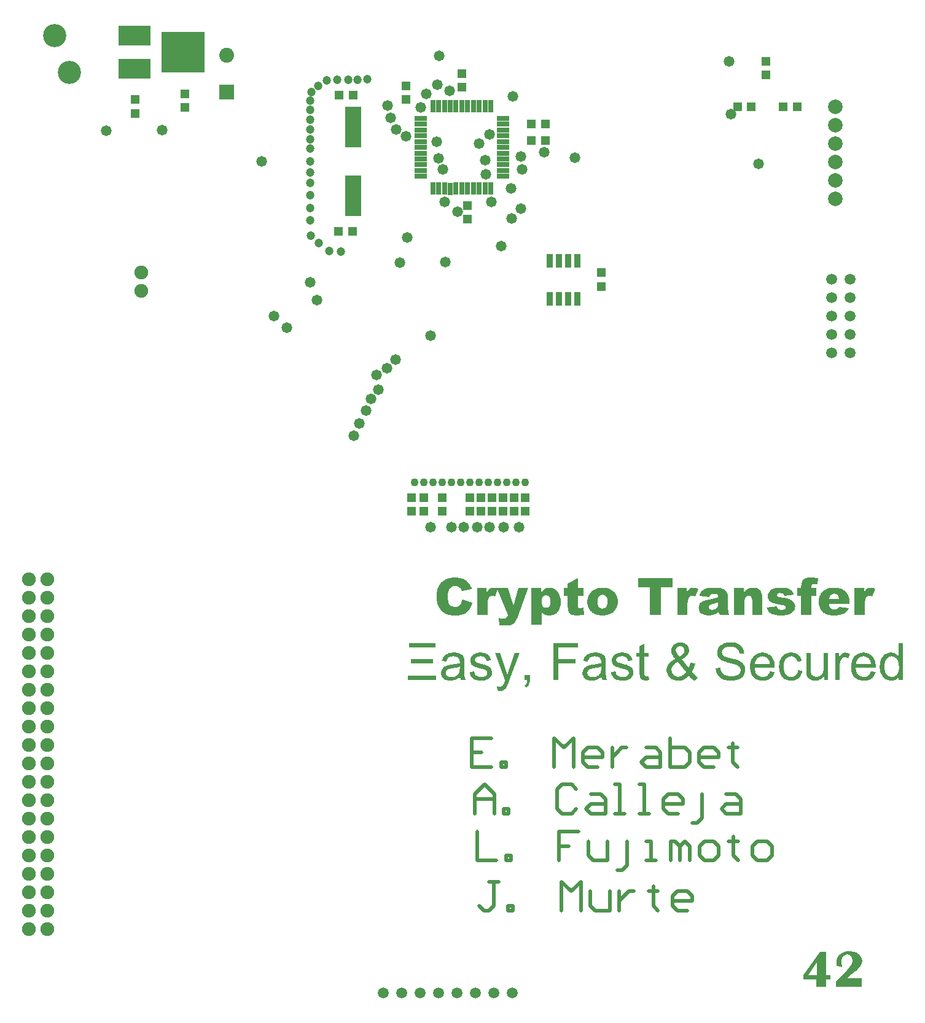
<source format=gts>
%FSLAX44Y44*%
%MOMM*%
G71*
G01*
G75*
G04 Layer_Color=8388736*
%ADD10R,1.0000X1.0000*%
%ADD11R,1.0000X1.0000*%
%ADD12R,0.5500X1.5000*%
%ADD13R,1.5000X0.5500*%
%ADD14R,2.0000X5.5000*%
%ADD15R,0.7600X1.7800*%
%ADD16R,0.7200X1.7800*%
%ADD17R,4.3000X2.6000*%
%ADD18R,5.7000X5.5000*%
%ADD19C,0.9000*%
%ADD20C,2.0000*%
%ADD21C,1.4000*%
%ADD22C,0.5000*%
%ADD23C,0.3000*%
%ADD24C,0.5400*%
%ADD25C,1.0000*%
%ADD26C,0.4000*%
%ADD27C,0.2540*%
%ADD28R,1.8500X1.8500*%
%ADD29C,1.8500*%
%ADD30C,1.8000*%
%ADD31C,0.9000*%
%ADD32C,1.3000*%
%ADD33C,1.7000*%
%ADD34C,3.0000*%
%ADD35C,1.2700*%
%ADD36C,1.0000*%
%ADD37R,1.0000X1.4000*%
%ADD38C,0.2500*%
%ADD39C,0.2000*%
%ADD40R,1.2032X1.2032*%
%ADD41R,1.2032X1.2032*%
%ADD42R,0.7532X1.7032*%
%ADD43R,1.7032X0.7532*%
%ADD44R,2.2032X5.7032*%
%ADD45R,0.9632X1.9832*%
%ADD46R,0.9232X1.9832*%
%ADD47R,4.5032X2.8032*%
%ADD48R,5.9032X5.7032*%
%ADD49R,2.0532X2.0532*%
%ADD50C,2.0532*%
%ADD51C,2.0032*%
%ADD52C,1.1032*%
%ADD53C,1.5032*%
%ADD54C,1.9032*%
%ADD55C,3.2032*%
%ADD56C,1.4732*%
%ADD57C,1.2032*%
G36*
X734430Y476389D02*
Y476333D01*
X734319Y476111D01*
X734208Y475834D01*
X734041Y475389D01*
X733875Y474889D01*
X733652Y474334D01*
X733375Y473723D01*
X733152Y473056D01*
X732541Y471667D01*
X731986Y470279D01*
X731653Y469612D01*
X731375Y469001D01*
X731153Y468445D01*
X730875Y468001D01*
Y467945D01*
X730819Y467890D01*
X730708Y467723D01*
X730597Y467501D01*
X730208Y466945D01*
X729764Y466279D01*
X729208Y465501D01*
X728542Y464779D01*
X727820Y464057D01*
X727042Y463446D01*
X726931Y463390D01*
X726653Y463224D01*
X726209Y462946D01*
X725598Y462724D01*
X724820Y462446D01*
X723931Y462168D01*
X722987Y462002D01*
X721876Y461946D01*
X721542D01*
X721154Y462002D01*
X720709Y462057D01*
X720098Y462113D01*
X719376Y462279D01*
X718654Y462446D01*
X717821Y462724D01*
X717098Y468612D01*
X717210D01*
X717432Y468501D01*
X717821Y468445D01*
X718321Y468334D01*
X718876Y468223D01*
X719487Y468112D01*
X720098Y468056D01*
X720654Y468001D01*
X720987D01*
X721376Y468056D01*
X721876Y468112D01*
X722376Y468168D01*
X722931Y468334D01*
X723487Y468501D01*
X723987Y468723D01*
X724042Y468779D01*
X724209Y468834D01*
X724431Y469001D01*
X724709Y469223D01*
X725042Y469501D01*
X725431Y469834D01*
X726097Y470667D01*
X726153Y470723D01*
X726209Y470890D01*
X726375Y471167D01*
X726542Y471612D01*
X726820Y472223D01*
X727153Y473056D01*
X727320Y473556D01*
X727542Y474111D01*
X727764Y474723D01*
X727986Y475389D01*
X728042Y475500D01*
X728153Y475778D01*
X728319Y476278D01*
X728597Y476945D01*
X714543Y514163D01*
X721209D01*
X728931Y492609D01*
Y492554D01*
X728986Y492443D01*
X729097Y492221D01*
X729208Y491887D01*
X729319Y491498D01*
X729486Y491054D01*
X729653Y490554D01*
X729875Y489999D01*
X730264Y488721D01*
X730764Y487221D01*
X731208Y485666D01*
X731653Y483999D01*
Y484055D01*
X731708Y484221D01*
X731764Y484444D01*
X731875Y484721D01*
X731930Y485110D01*
X732097Y485610D01*
X732208Y486110D01*
X732375Y486666D01*
X732764Y487943D01*
X733208Y489388D01*
X733708Y490887D01*
X734263Y492443D01*
X742262Y514163D01*
X748540D01*
X734430Y476389D01*
D02*
G37*
G36*
X629663Y499609D02*
X599222D01*
Y505664D01*
X629663D01*
Y499609D01*
D02*
G37*
G36*
X854306Y514940D02*
X854806D01*
X855862Y514829D01*
X857084Y514718D01*
X858362Y514496D01*
X859639Y514218D01*
X860806Y513829D01*
X860861D01*
X860917Y513774D01*
X861084Y513718D01*
X861306Y513607D01*
X861806Y513385D01*
X862472Y513052D01*
X863194Y512663D01*
X863917Y512163D01*
X864583Y511608D01*
X865194Y510997D01*
X865250Y510941D01*
X865416Y510719D01*
X865694Y510330D01*
X865972Y509830D01*
X866305Y509219D01*
X866638Y508497D01*
X866972Y507663D01*
X867194Y506719D01*
Y506664D01*
X867250Y506386D01*
X867305Y505997D01*
X867361Y505386D01*
X867416Y504608D01*
X867472Y503608D01*
Y502997D01*
X867527Y502386D01*
Y501720D01*
Y500942D01*
Y492554D01*
Y492443D01*
Y492165D01*
Y491721D01*
Y491165D01*
Y490443D01*
Y489665D01*
X867583Y488777D01*
Y487888D01*
X867638Y485999D01*
Y485055D01*
X867694Y484166D01*
X867749Y483333D01*
X867805Y482611D01*
X867861Y481944D01*
X867916Y481444D01*
Y481333D01*
X867972Y481055D01*
X868083Y480611D01*
X868250Y480000D01*
X868472Y479333D01*
X868749Y478611D01*
X869083Y477778D01*
X869472Y477000D01*
X862917D01*
X862861Y477111D01*
X862750Y477333D01*
X862583Y477778D01*
X862417Y478333D01*
X862195Y479000D01*
X861972Y479777D01*
X861806Y480666D01*
X861695Y481666D01*
X861639Y481611D01*
X861528Y481555D01*
X861361Y481388D01*
X861084Y481166D01*
X860750Y480944D01*
X860417Y480611D01*
X859528Y480000D01*
X858473Y479278D01*
X857362Y478555D01*
X856140Y477944D01*
X854918Y477389D01*
X854862D01*
X854751Y477333D01*
X854584Y477278D01*
X854362Y477222D01*
X854084Y477111D01*
X853695Y477000D01*
X852862Y476778D01*
X851807Y476556D01*
X850640Y476333D01*
X849362Y476222D01*
X847974Y476167D01*
X847363D01*
X846974Y476222D01*
X846474Y476278D01*
X845863Y476333D01*
X845196Y476389D01*
X844530Y476556D01*
X842974Y476889D01*
X841419Y477389D01*
X840697Y477722D01*
X839919Y478167D01*
X839252Y478611D01*
X838586Y479111D01*
X838530Y479166D01*
X838419Y479278D01*
X838308Y479444D01*
X838086Y479666D01*
X837808Y479944D01*
X837530Y480333D01*
X837253Y480722D01*
X836975Y481222D01*
X836364Y482277D01*
X835808Y483610D01*
X835586Y484333D01*
X835475Y485110D01*
X835364Y485943D01*
X835308Y486777D01*
Y486832D01*
Y486888D01*
Y487221D01*
X835364Y487777D01*
X835475Y488443D01*
X835586Y489221D01*
X835808Y490054D01*
X836142Y490887D01*
X836531Y491776D01*
X836586Y491887D01*
X836753Y492165D01*
X837030Y492554D01*
X837419Y493110D01*
X837864Y493665D01*
X838419Y494276D01*
X839030Y494832D01*
X839752Y495387D01*
X839864Y495443D01*
X840141Y495609D01*
X840530Y495887D01*
X841086Y496165D01*
X841752Y496498D01*
X842530Y496831D01*
X843419Y497165D01*
X844307Y497442D01*
X844419D01*
X844641Y497553D01*
X845085Y497609D01*
X845696Y497776D01*
X846474Y497887D01*
X847474Y498053D01*
X848585Y498220D01*
X849918Y498387D01*
X850029D01*
X850251Y498442D01*
X850640Y498498D01*
X851140Y498553D01*
X851807Y498664D01*
X852529Y498775D01*
X853307Y498887D01*
X854195Y498998D01*
X856029Y499331D01*
X857862Y499720D01*
X858751Y499942D01*
X859639Y500164D01*
X860417Y500387D01*
X861139Y500609D01*
Y500664D01*
Y500831D01*
Y501053D01*
X861195Y501275D01*
Y501831D01*
Y502053D01*
Y502220D01*
Y502275D01*
Y502386D01*
Y502608D01*
Y502831D01*
X861084Y503497D01*
X860972Y504330D01*
X860750Y505219D01*
X860417Y506108D01*
X859973Y506941D01*
X859361Y507608D01*
X859250Y507719D01*
X859139Y507830D01*
X858917Y507941D01*
X858639Y508108D01*
X858362Y508274D01*
X857584Y508719D01*
X856584Y509108D01*
X855362Y509441D01*
X853918Y509663D01*
X852251Y509774D01*
X851529D01*
X851140Y509719D01*
X850751D01*
X849751Y509608D01*
X848696Y509385D01*
X847641Y509108D01*
X846585Y508719D01*
X845696Y508219D01*
X845585Y508163D01*
X845363Y507941D01*
X844974Y507497D01*
X844530Y506941D01*
X844030Y506219D01*
X843474Y505219D01*
X843030Y504108D01*
X842808Y503442D01*
X842586Y502720D01*
X836419Y503553D01*
Y503608D01*
X836475Y503719D01*
X836531Y503942D01*
X836586Y504219D01*
X836697Y504553D01*
X836808Y504942D01*
X837086Y505830D01*
X837475Y506830D01*
X837919Y507886D01*
X838475Y508941D01*
X839141Y509885D01*
Y509941D01*
X839252Y509997D01*
X839530Y510274D01*
X839975Y510719D01*
X840586Y511274D01*
X841363Y511885D01*
X842308Y512496D01*
X843419Y513107D01*
X844696Y513663D01*
X844752D01*
X844863Y513718D01*
X845085Y513774D01*
X845363Y513885D01*
X845696Y513996D01*
X846085Y514107D01*
X846585Y514218D01*
X847141Y514329D01*
X847696Y514441D01*
X848363Y514552D01*
X849807Y514774D01*
X851418Y514940D01*
X853140Y514996D01*
X853918D01*
X854306Y514940D01*
D02*
G37*
G36*
X1173885Y477000D02*
X1168274D01*
Y482444D01*
X1168218Y482388D01*
X1168052Y482166D01*
X1167830Y481888D01*
X1167496Y481444D01*
X1167052Y481000D01*
X1166496Y480444D01*
X1165885Y479889D01*
X1165163Y479333D01*
X1164330Y478722D01*
X1163441Y478167D01*
X1162497Y477611D01*
X1161441Y477167D01*
X1160275Y476722D01*
X1159108Y476445D01*
X1157831Y476222D01*
X1156442Y476167D01*
X1155886D01*
X1155275Y476222D01*
X1154442Y476333D01*
X1153498Y476445D01*
X1152442Y476667D01*
X1151387Y477000D01*
X1150276Y477389D01*
X1150220D01*
X1150165Y477444D01*
X1149831Y477611D01*
X1149332Y477889D01*
X1148665Y478278D01*
X1147998Y478722D01*
X1147276Y479278D01*
X1146609Y479889D01*
X1146054Y480555D01*
X1145999Y480666D01*
X1145832Y480888D01*
X1145610Y481333D01*
X1145332Y481888D01*
X1144999Y482555D01*
X1144665Y483333D01*
X1144388Y484221D01*
X1144110Y485221D01*
Y485332D01*
X1144054Y485555D01*
X1143999Y486055D01*
X1143943Y486666D01*
X1143888Y487499D01*
X1143832Y488499D01*
X1143776Y489721D01*
Y491110D01*
Y514163D01*
X1150054D01*
Y493554D01*
Y493498D01*
Y493332D01*
Y493110D01*
Y492776D01*
Y492332D01*
Y491887D01*
X1150109Y490887D01*
Y489776D01*
X1150220Y488666D01*
X1150276Y487666D01*
X1150331Y487221D01*
X1150387Y486888D01*
X1150443Y486777D01*
X1150498Y486499D01*
X1150665Y485999D01*
X1150942Y485444D01*
X1151276Y484832D01*
X1151720Y484221D01*
X1152276Y483555D01*
X1152942Y482999D01*
X1153053Y482944D01*
X1153276Y482777D01*
X1153720Y482555D01*
X1154275Y482333D01*
X1154942Y482055D01*
X1155775Y481833D01*
X1156720Y481666D01*
X1157719Y481611D01*
X1158219D01*
X1158719Y481666D01*
X1159442Y481777D01*
X1160275Y481944D01*
X1161164Y482222D01*
X1162052Y482555D01*
X1162997Y483055D01*
X1163052D01*
X1163108Y483111D01*
X1163386Y483333D01*
X1163830Y483666D01*
X1164386Y484110D01*
X1164941Y484666D01*
X1165552Y485332D01*
X1166107Y486110D01*
X1166552Y486999D01*
Y487054D01*
X1166607Y487110D01*
X1166663Y487277D01*
X1166719Y487443D01*
X1166774Y487721D01*
X1166885Y488054D01*
X1166996Y488388D01*
X1167107Y488832D01*
X1167274Y489888D01*
X1167441Y491110D01*
X1167552Y492554D01*
X1167607Y494220D01*
Y514163D01*
X1173885D01*
Y477000D01*
D02*
G37*
G36*
X1124112Y514940D02*
X1124612Y514885D01*
X1125223Y514829D01*
X1125889Y514718D01*
X1126612Y514607D01*
X1128167Y514218D01*
X1129834Y513663D01*
X1130667Y513330D01*
X1131500Y512941D01*
X1132278Y512441D01*
X1133000Y511885D01*
X1133055Y511830D01*
X1133167Y511719D01*
X1133389Y511552D01*
X1133611Y511330D01*
X1133944Y510997D01*
X1134277Y510608D01*
X1134666Y510163D01*
X1135055Y509663D01*
X1135500Y509052D01*
X1135888Y508441D01*
X1136333Y507719D01*
X1136722Y506941D01*
X1137055Y506108D01*
X1137388Y505219D01*
X1137721Y504219D01*
X1137944Y503219D01*
X1131833Y502275D01*
Y502331D01*
X1131778Y502442D01*
X1131722Y502608D01*
X1131667Y502886D01*
X1131444Y503553D01*
X1131111Y504386D01*
X1130667Y505275D01*
X1130167Y506219D01*
X1129500Y507108D01*
X1128723Y507886D01*
X1128611Y507997D01*
X1128334Y508219D01*
X1127834Y508497D01*
X1127223Y508886D01*
X1126445Y509219D01*
X1125556Y509552D01*
X1124501Y509774D01*
X1123390Y509830D01*
X1122945D01*
X1122612Y509774D01*
X1122168Y509719D01*
X1121723Y509663D01*
X1120612Y509385D01*
X1119390Y508997D01*
X1118779Y508719D01*
X1118112Y508386D01*
X1117501Y507997D01*
X1116835Y507497D01*
X1116224Y506997D01*
X1115668Y506386D01*
X1115613Y506330D01*
X1115557Y506219D01*
X1115390Y506053D01*
X1115224Y505719D01*
X1115002Y505386D01*
X1114724Y504942D01*
X1114446Y504386D01*
X1114224Y503775D01*
X1113946Y503053D01*
X1113669Y502275D01*
X1113391Y501386D01*
X1113168Y500387D01*
X1113002Y499331D01*
X1112835Y498220D01*
X1112780Y496942D01*
X1112724Y495609D01*
Y495554D01*
Y495276D01*
Y494887D01*
X1112780Y494387D01*
X1112835Y493776D01*
X1112891Y493054D01*
X1112946Y492276D01*
X1113057Y491443D01*
X1113391Y489665D01*
X1113946Y487832D01*
X1114224Y486999D01*
X1114613Y486166D01*
X1115057Y485388D01*
X1115557Y484721D01*
X1115613Y484666D01*
X1115668Y484555D01*
X1115835Y484388D01*
X1116057Y484221D01*
X1116390Y483944D01*
X1116724Y483666D01*
X1117113Y483333D01*
X1117557Y483055D01*
X1118668Y482388D01*
X1119946Y481888D01*
X1120668Y481666D01*
X1121390Y481499D01*
X1122223Y481388D01*
X1123056Y481333D01*
X1123390D01*
X1123668Y481388D01*
X1124001D01*
X1124334Y481444D01*
X1125223Y481611D01*
X1126167Y481888D01*
X1127223Y482277D01*
X1128223Y482833D01*
X1129222Y483555D01*
X1129278Y483610D01*
X1129333Y483666D01*
X1129611Y483999D01*
X1130056Y484555D01*
X1130278Y484888D01*
X1130556Y485277D01*
X1130833Y485777D01*
X1131111Y486277D01*
X1131333Y486832D01*
X1131611Y487499D01*
X1131833Y488166D01*
X1132056Y488943D01*
X1132222Y489721D01*
X1132389Y490610D01*
X1138555Y489776D01*
Y489721D01*
X1138499Y489499D01*
X1138444Y489165D01*
X1138333Y488721D01*
X1138166Y488166D01*
X1137999Y487555D01*
X1137777Y486888D01*
X1137499Y486110D01*
X1136833Y484555D01*
X1136388Y483722D01*
X1135888Y482888D01*
X1135388Y482055D01*
X1134777Y481222D01*
X1134055Y480500D01*
X1133333Y479777D01*
X1133278Y479722D01*
X1133167Y479611D01*
X1132889Y479444D01*
X1132611Y479222D01*
X1132167Y478944D01*
X1131722Y478611D01*
X1131111Y478333D01*
X1130500Y478000D01*
X1129778Y477611D01*
X1129000Y477333D01*
X1128167Y477000D01*
X1127278Y476722D01*
X1126278Y476500D01*
X1125278Y476333D01*
X1124223Y476222D01*
X1123112Y476167D01*
X1122779D01*
X1122390Y476222D01*
X1121834D01*
X1121223Y476333D01*
X1120446Y476445D01*
X1119612Y476556D01*
X1118724Y476778D01*
X1117779Y477056D01*
X1116779Y477389D01*
X1115779Y477778D01*
X1114724Y478278D01*
X1113724Y478833D01*
X1112724Y479500D01*
X1111780Y480222D01*
X1110891Y481111D01*
X1110835Y481166D01*
X1110669Y481333D01*
X1110447Y481611D01*
X1110169Y482055D01*
X1109836Y482555D01*
X1109447Y483166D01*
X1109002Y483944D01*
X1108614Y484777D01*
X1108169Y485721D01*
X1107725Y486777D01*
X1107336Y487943D01*
X1107002Y489221D01*
X1106725Y490610D01*
X1106503Y492110D01*
X1106336Y493721D01*
X1106280Y495387D01*
Y495443D01*
Y495665D01*
Y495998D01*
X1106336Y496387D01*
Y496942D01*
X1106392Y497553D01*
X1106447Y498220D01*
X1106503Y498998D01*
X1106780Y500609D01*
X1107114Y502386D01*
X1107558Y504219D01*
X1108225Y505942D01*
Y505997D01*
X1108336Y506164D01*
X1108447Y506386D01*
X1108614Y506664D01*
X1108836Y507052D01*
X1109058Y507497D01*
X1109725Y508497D01*
X1110558Y509552D01*
X1111613Y510719D01*
X1112835Y511774D01*
X1114279Y512719D01*
X1114335D01*
X1114446Y512830D01*
X1114668Y512941D01*
X1115002Y513052D01*
X1115390Y513274D01*
X1115835Y513441D01*
X1116335Y513663D01*
X1116890Y513885D01*
X1117557Y514052D01*
X1118224Y514274D01*
X1119723Y514663D01*
X1121390Y514885D01*
X1123112Y514996D01*
X1123723D01*
X1124112Y514940D01*
D02*
G37*
G36*
X1197937D02*
X1198215D01*
X1198549Y514885D01*
X1199382Y514718D01*
X1200382Y514496D01*
X1201437Y514107D01*
X1202659Y513607D01*
X1203881Y512941D01*
X1201659Y507108D01*
X1201548Y507164D01*
X1201271Y507330D01*
X1200826Y507552D01*
X1200215Y507830D01*
X1199548Y508052D01*
X1198771Y508274D01*
X1197937Y508441D01*
X1197049Y508497D01*
X1196715D01*
X1196327Y508441D01*
X1195827Y508330D01*
X1195216Y508163D01*
X1194604Y507941D01*
X1193994Y507663D01*
X1193327Y507219D01*
X1193271Y507164D01*
X1193049Y506997D01*
X1192771Y506719D01*
X1192438Y506330D01*
X1192049Y505830D01*
X1191660Y505275D01*
X1191327Y504553D01*
X1190994Y503775D01*
Y503719D01*
X1190938Y503608D01*
X1190883Y503442D01*
X1190827Y503219D01*
X1190772Y502886D01*
X1190660Y502497D01*
X1190494Y501609D01*
X1190327Y500498D01*
X1190161Y499276D01*
X1190050Y497887D01*
X1189994Y496442D01*
Y477000D01*
X1183717D01*
Y514163D01*
X1189383D01*
Y508552D01*
X1189494Y508663D01*
X1189605Y508886D01*
X1189772Y509108D01*
X1190161Y509830D01*
X1190716Y510608D01*
X1191327Y511496D01*
X1191994Y512385D01*
X1192660Y513107D01*
X1193049Y513441D01*
X1193382Y513718D01*
X1193493Y513774D01*
X1193716Y513941D01*
X1194105Y514107D01*
X1194549Y514385D01*
X1195160Y514607D01*
X1195827Y514774D01*
X1196604Y514940D01*
X1197382Y514996D01*
X1197715D01*
X1197937Y514940D01*
D02*
G37*
G36*
X1277318Y477000D02*
X1271486D01*
Y481666D01*
X1271430Y481611D01*
X1271319Y481444D01*
X1271097Y481166D01*
X1270819Y480833D01*
X1270430Y480388D01*
X1269986Y479944D01*
X1269486Y479444D01*
X1268875Y478944D01*
X1268152Y478389D01*
X1267375Y477889D01*
X1266542Y477444D01*
X1265597Y477056D01*
X1264542Y476667D01*
X1263486Y476389D01*
X1262320Y476222D01*
X1261042Y476167D01*
X1260598D01*
X1260264Y476222D01*
X1259876D01*
X1259431Y476278D01*
X1258931Y476389D01*
X1258376Y476500D01*
X1257098Y476778D01*
X1255709Y477222D01*
X1254321Y477833D01*
X1253598Y478167D01*
X1252876Y478611D01*
X1252821Y478666D01*
X1252710Y478722D01*
X1252543Y478889D01*
X1252265Y479055D01*
X1251932Y479333D01*
X1251599Y479611D01*
X1250765Y480388D01*
X1249821Y481333D01*
X1248877Y482499D01*
X1247932Y483888D01*
X1247099Y485444D01*
Y485499D01*
X1246988Y485666D01*
X1246933Y485888D01*
X1246766Y486221D01*
X1246655Y486610D01*
X1246488Y487110D01*
X1246266Y487721D01*
X1246099Y488332D01*
X1245933Y489054D01*
X1245710Y489832D01*
X1245544Y490665D01*
X1245433Y491554D01*
X1245210Y493443D01*
X1245099Y495498D01*
Y495554D01*
Y495776D01*
Y496054D01*
X1245155Y496442D01*
Y496942D01*
X1245210Y497498D01*
X1245266Y498164D01*
X1245322Y498887D01*
X1245544Y500442D01*
X1245877Y502108D01*
X1246321Y503886D01*
X1246933Y505608D01*
Y505664D01*
X1247044Y505830D01*
X1247155Y506053D01*
X1247266Y506386D01*
X1247488Y506719D01*
X1247710Y507164D01*
X1248321Y508163D01*
X1249099Y509330D01*
X1250043Y510441D01*
X1251154Y511552D01*
X1252487Y512552D01*
X1252543Y512607D01*
X1252654Y512663D01*
X1252876Y512774D01*
X1253154Y512941D01*
X1253487Y513107D01*
X1253932Y513330D01*
X1254376Y513552D01*
X1254932Y513774D01*
X1256154Y514218D01*
X1257542Y514607D01*
X1259098Y514885D01*
X1259931Y514996D01*
X1261320D01*
X1261986Y514940D01*
X1262764Y514829D01*
X1263708Y514663D01*
X1264708Y514385D01*
X1265764Y514052D01*
X1266764Y513552D01*
X1266819D01*
X1266875Y513496D01*
X1267208Y513274D01*
X1267653Y512996D01*
X1268264Y512552D01*
X1268930Y511996D01*
X1269652Y511385D01*
X1270375Y510663D01*
X1271041Y509830D01*
Y528273D01*
X1277318D01*
Y477000D01*
D02*
G37*
G36*
X695601Y514940D02*
X696045D01*
X697101Y514829D01*
X698267Y514663D01*
X699600Y514441D01*
X700878Y514163D01*
X702156Y513718D01*
X702211D01*
X702322Y513663D01*
X702489Y513607D01*
X702711Y513496D01*
X703267Y513218D01*
X704044Y512830D01*
X704822Y512330D01*
X705600Y511719D01*
X706377Y511052D01*
X707044Y510274D01*
X707100Y510163D01*
X707322Y509885D01*
X707599Y509385D01*
X707933Y508774D01*
X708322Y507941D01*
X708655Y506941D01*
X708988Y505830D01*
X709266Y504553D01*
X703100Y503719D01*
Y503775D01*
Y503831D01*
X702989Y504164D01*
X702878Y504719D01*
X702655Y505330D01*
X702322Y506053D01*
X701878Y506775D01*
X701322Y507497D01*
X700656Y508163D01*
X700545Y508219D01*
X700267Y508441D01*
X699822Y508719D01*
X699211Y508997D01*
X698378Y509330D01*
X697378Y509552D01*
X696267Y509774D01*
X694934Y509830D01*
X694212D01*
X693879Y509774D01*
X693490D01*
X692545Y509663D01*
X691546Y509497D01*
X690490Y509219D01*
X689546Y508886D01*
X689157Y508663D01*
X688768Y508386D01*
X688712Y508330D01*
X688490Y508108D01*
X688213Y507830D01*
X687879Y507441D01*
X687490Y506941D01*
X687213Y506330D01*
X686991Y505719D01*
X686935Y504997D01*
Y504942D01*
Y504775D01*
X686991Y504553D01*
X687046Y504275D01*
X687268Y503553D01*
X687435Y503164D01*
X687657Y502775D01*
X687713Y502720D01*
X687824Y502608D01*
X687990Y502442D01*
X688268Y502220D01*
X688601Y501942D01*
X689046Y501664D01*
X689546Y501386D01*
X690101Y501109D01*
X690157D01*
X690323Y501053D01*
X690657Y500942D01*
X691157Y500775D01*
X691490Y500664D01*
X691879Y500553D01*
X692323Y500442D01*
X692823Y500275D01*
X693434Y500109D01*
X694101Y499942D01*
X694823Y499720D01*
X695656Y499498D01*
X695712D01*
X695934Y499442D01*
X696267Y499331D01*
X696767Y499220D01*
X697267Y499053D01*
X697878Y498887D01*
X698600Y498664D01*
X699323Y498442D01*
X700878Y497998D01*
X702378Y497498D01*
X703100Y497276D01*
X703766Y496998D01*
X704378Y496776D01*
X704933Y496553D01*
X704989D01*
X705044Y496498D01*
X705378Y496331D01*
X705877Y496109D01*
X706433Y495720D01*
X707100Y495276D01*
X707822Y494720D01*
X708488Y494054D01*
X709099Y493276D01*
X709155Y493165D01*
X709322Y492887D01*
X709599Y492443D01*
X709877Y491776D01*
X710155Y490999D01*
X710433Y490110D01*
X710599Y489054D01*
X710655Y487888D01*
Y487832D01*
Y487721D01*
Y487555D01*
Y487332D01*
X710544Y486721D01*
X710433Y485943D01*
X710210Y485055D01*
X709877Y484055D01*
X709377Y482999D01*
X708766Y481944D01*
Y481888D01*
X708655Y481833D01*
X708433Y481499D01*
X707988Y481000D01*
X707433Y480388D01*
X706655Y479666D01*
X705766Y478944D01*
X704711Y478278D01*
X703489Y477667D01*
X703433D01*
X703322Y477611D01*
X703156Y477556D01*
X702878Y477444D01*
X702544Y477333D01*
X702156Y477167D01*
X701711Y477056D01*
X701211Y476945D01*
X700045Y476667D01*
X698711Y476389D01*
X697267Y476222D01*
X695656Y476167D01*
X694934D01*
X694434Y476222D01*
X693879Y476278D01*
X693157Y476333D01*
X692379Y476389D01*
X691546Y476556D01*
X689768Y476889D01*
X687879Y477389D01*
X686991Y477722D01*
X686102Y478167D01*
X685324Y478611D01*
X684546Y479111D01*
X684491Y479166D01*
X684380Y479278D01*
X684213Y479444D01*
X683935Y479666D01*
X683658Y480000D01*
X683324Y480388D01*
X682935Y480833D01*
X682546Y481333D01*
X682102Y481944D01*
X681713Y482611D01*
X681324Y483333D01*
X680936Y484166D01*
X680602Y484999D01*
X680269Y485943D01*
X679991Y486999D01*
X679769Y488054D01*
X685991Y489054D01*
Y488999D01*
X686046Y488888D01*
Y488721D01*
X686102Y488443D01*
X686157Y488110D01*
X686268Y487777D01*
X686546Y486943D01*
X686935Y485999D01*
X687435Y484999D01*
X688046Y484110D01*
X688879Y483277D01*
X688935D01*
X688990Y483222D01*
X689324Y482999D01*
X689879Y482666D01*
X690657Y482333D01*
X691601Y481944D01*
X692768Y481666D01*
X694101Y481444D01*
X695601Y481333D01*
X696045D01*
X696323Y481388D01*
X696712D01*
X697101Y481444D01*
X698045Y481555D01*
X699100Y481777D01*
X700211Y482055D01*
X701211Y482499D01*
X702100Y483055D01*
X702211Y483111D01*
X702433Y483388D01*
X702767Y483722D01*
X703156Y484221D01*
X703544Y484832D01*
X703878Y485555D01*
X704100Y486332D01*
X704211Y487221D01*
Y487332D01*
Y487555D01*
X704100Y487999D01*
X703989Y488443D01*
X703766Y488999D01*
X703433Y489554D01*
X702933Y490110D01*
X702322Y490610D01*
X702267Y490665D01*
X702045Y490776D01*
X701656Y490943D01*
X701378Y491054D01*
X701045Y491165D01*
X700600Y491332D01*
X700156Y491498D01*
X699656Y491665D01*
X699045Y491832D01*
X698378Y492054D01*
X697600Y492276D01*
X696767Y492498D01*
X695878Y492721D01*
X695823D01*
X695601Y492776D01*
X695212Y492887D01*
X694767Y492998D01*
X694212Y493165D01*
X693545Y493332D01*
X692823Y493554D01*
X692046Y493776D01*
X690490Y494276D01*
X688879Y494776D01*
X688102Y494998D01*
X687435Y495276D01*
X686768Y495554D01*
X686213Y495776D01*
X686157D01*
X686102Y495831D01*
X685768Y495998D01*
X685324Y496276D01*
X684713Y496720D01*
X684046Y497220D01*
X683380Y497776D01*
X682713Y498498D01*
X682158Y499276D01*
X682102Y499387D01*
X681935Y499664D01*
X681713Y500164D01*
X681491Y500775D01*
X681269Y501497D01*
X681047Y502331D01*
X680880Y503275D01*
X680824Y504275D01*
Y504330D01*
Y504386D01*
Y504719D01*
X680880Y505164D01*
X680991Y505775D01*
X681102Y506497D01*
X681269Y507275D01*
X681547Y508108D01*
X681935Y508886D01*
X681991Y508997D01*
X682158Y509219D01*
X682380Y509608D01*
X682769Y510108D01*
X683158Y510663D01*
X683713Y511274D01*
X684324Y511830D01*
X685046Y512385D01*
X685102Y512441D01*
X685324Y512552D01*
X685657Y512774D01*
X686102Y512996D01*
X686657Y513274D01*
X687324Y513607D01*
X688157Y513941D01*
X689046Y514218D01*
X689101D01*
X689157Y514274D01*
X689490Y514329D01*
X689990Y514441D01*
X690712Y514607D01*
X691490Y514774D01*
X692434Y514885D01*
X693434Y514940D01*
X694490Y514996D01*
X695212D01*
X695601Y514940D01*
D02*
G37*
G36*
X890581D02*
X891025D01*
X892080Y514829D01*
X893247Y514663D01*
X894580Y514441D01*
X895858Y514163D01*
X897135Y513718D01*
X897191D01*
X897302Y513663D01*
X897469Y513607D01*
X897691Y513496D01*
X898246Y513218D01*
X899024Y512830D01*
X899802Y512330D01*
X900580Y511719D01*
X901357Y511052D01*
X902024Y510274D01*
X902079Y510163D01*
X902301Y509885D01*
X902579Y509385D01*
X902913Y508774D01*
X903301Y507941D01*
X903635Y506941D01*
X903968Y505830D01*
X904246Y504553D01*
X898080Y503719D01*
Y503775D01*
Y503831D01*
X897969Y504164D01*
X897858Y504719D01*
X897635Y505330D01*
X897302Y506053D01*
X896858Y506775D01*
X896302Y507497D01*
X895636Y508163D01*
X895524Y508219D01*
X895247Y508441D01*
X894802Y508719D01*
X894191Y508997D01*
X893358Y509330D01*
X892358Y509552D01*
X891247Y509774D01*
X889914Y509830D01*
X889192D01*
X888858Y509774D01*
X888470D01*
X887525Y509663D01*
X886525Y509497D01*
X885470Y509219D01*
X884526Y508886D01*
X884137Y508663D01*
X883748Y508386D01*
X883692Y508330D01*
X883470Y508108D01*
X883192Y507830D01*
X882859Y507441D01*
X882470Y506941D01*
X882193Y506330D01*
X881970Y505719D01*
X881915Y504997D01*
Y504942D01*
Y504775D01*
X881970Y504553D01*
X882026Y504275D01*
X882248Y503553D01*
X882415Y503164D01*
X882637Y502775D01*
X882692Y502720D01*
X882803Y502608D01*
X882970Y502442D01*
X883248Y502220D01*
X883581Y501942D01*
X884026Y501664D01*
X884526Y501386D01*
X885081Y501109D01*
X885137D01*
X885303Y501053D01*
X885637Y500942D01*
X886136Y500775D01*
X886470Y500664D01*
X886859Y500553D01*
X887303Y500442D01*
X887803Y500275D01*
X888414Y500109D01*
X889081Y499942D01*
X889803Y499720D01*
X890636Y499498D01*
X890692D01*
X890914Y499442D01*
X891247Y499331D01*
X891747Y499220D01*
X892247Y499053D01*
X892858Y498887D01*
X893580Y498664D01*
X894302Y498442D01*
X895858Y497998D01*
X897358Y497498D01*
X898080Y497276D01*
X898746Y496998D01*
X899357Y496776D01*
X899913Y496553D01*
X899968D01*
X900024Y496498D01*
X900357Y496331D01*
X900857Y496109D01*
X901413Y495720D01*
X902079Y495276D01*
X902801Y494720D01*
X903468Y494054D01*
X904079Y493276D01*
X904135Y493165D01*
X904301Y492887D01*
X904579Y492443D01*
X904857Y491776D01*
X905135Y490999D01*
X905412Y490110D01*
X905579Y489054D01*
X905635Y487888D01*
Y487832D01*
Y487721D01*
Y487555D01*
Y487332D01*
X905523Y486721D01*
X905412Y485943D01*
X905190Y485055D01*
X904857Y484055D01*
X904357Y482999D01*
X903746Y481944D01*
Y481888D01*
X903635Y481833D01*
X903412Y481499D01*
X902968Y481000D01*
X902413Y480388D01*
X901635Y479666D01*
X900746Y478944D01*
X899691Y478278D01*
X898469Y477667D01*
X898413D01*
X898302Y477611D01*
X898135Y477556D01*
X897858Y477444D01*
X897524Y477333D01*
X897135Y477167D01*
X896691Y477056D01*
X896191Y476945D01*
X895024Y476667D01*
X893691Y476389D01*
X892247Y476222D01*
X890636Y476167D01*
X889914D01*
X889414Y476222D01*
X888858Y476278D01*
X888136Y476333D01*
X887359Y476389D01*
X886525Y476556D01*
X884748Y476889D01*
X882859Y477389D01*
X881970Y477722D01*
X881081Y478167D01*
X880304Y478611D01*
X879526Y479111D01*
X879471Y479166D01*
X879359Y479278D01*
X879193Y479444D01*
X878915Y479666D01*
X878637Y480000D01*
X878304Y480388D01*
X877915Y480833D01*
X877526Y481333D01*
X877082Y481944D01*
X876693Y482611D01*
X876304Y483333D01*
X875915Y484166D01*
X875582Y484999D01*
X875249Y485943D01*
X874971Y486999D01*
X874749Y488054D01*
X880970Y489054D01*
Y488999D01*
X881026Y488888D01*
Y488721D01*
X881081Y488443D01*
X881137Y488110D01*
X881248Y487777D01*
X881526Y486943D01*
X881915Y485999D01*
X882415Y484999D01*
X883026Y484110D01*
X883859Y483277D01*
X883914D01*
X883970Y483222D01*
X884303Y482999D01*
X884859Y482666D01*
X885637Y482333D01*
X886581Y481944D01*
X887747Y481666D01*
X889081Y481444D01*
X890581Y481333D01*
X891025D01*
X891303Y481388D01*
X891692D01*
X892080Y481444D01*
X893025Y481555D01*
X894080Y481777D01*
X895191Y482055D01*
X896191Y482499D01*
X897080Y483055D01*
X897191Y483111D01*
X897413Y483388D01*
X897746Y483722D01*
X898135Y484221D01*
X898524Y484832D01*
X898857Y485555D01*
X899080Y486332D01*
X899191Y487221D01*
Y487332D01*
Y487555D01*
X899080Y487999D01*
X898969Y488443D01*
X898746Y488999D01*
X898413Y489554D01*
X897913Y490110D01*
X897302Y490610D01*
X897246Y490665D01*
X897024Y490776D01*
X896635Y490943D01*
X896358Y491054D01*
X896024Y491165D01*
X895580Y491332D01*
X895136Y491498D01*
X894636Y491665D01*
X894025Y491832D01*
X893358Y492054D01*
X892580Y492276D01*
X891747Y492498D01*
X890858Y492721D01*
X890803D01*
X890581Y492776D01*
X890192Y492887D01*
X889747Y492998D01*
X889192Y493165D01*
X888525Y493332D01*
X887803Y493554D01*
X887025Y493776D01*
X885470Y494276D01*
X883859Y494776D01*
X883081Y494998D01*
X882415Y495276D01*
X881748Y495554D01*
X881193Y495776D01*
X881137D01*
X881081Y495831D01*
X880748Y495998D01*
X880304Y496276D01*
X879693Y496720D01*
X879026Y497220D01*
X878360Y497776D01*
X877693Y498498D01*
X877137Y499276D01*
X877082Y499387D01*
X876915Y499664D01*
X876693Y500164D01*
X876471Y500775D01*
X876249Y501497D01*
X876026Y502331D01*
X875860Y503275D01*
X875804Y504275D01*
Y504330D01*
Y504386D01*
Y504719D01*
X875860Y505164D01*
X875971Y505775D01*
X876082Y506497D01*
X876249Y507275D01*
X876526Y508108D01*
X876915Y508886D01*
X876971Y508997D01*
X877137Y509219D01*
X877360Y509608D01*
X877748Y510108D01*
X878137Y510663D01*
X878693Y511274D01*
X879304Y511830D01*
X880026Y512385D01*
X880082Y512441D01*
X880304Y512552D01*
X880637Y512774D01*
X881081Y512996D01*
X881637Y513274D01*
X882304Y513607D01*
X883137Y513941D01*
X884026Y514218D01*
X884081D01*
X884137Y514274D01*
X884470Y514329D01*
X884970Y514441D01*
X885692Y514607D01*
X886470Y514774D01*
X887414Y514885D01*
X888414Y514940D01*
X889470Y514996D01*
X890192D01*
X890581Y514940D01*
D02*
G37*
G36*
X829420Y522217D02*
X801645D01*
Y506330D01*
X825698D01*
Y500275D01*
X801645D01*
Y477000D01*
X794868D01*
Y528273D01*
X829420D01*
Y522217D01*
D02*
G37*
G36*
X762760Y477000D02*
Y476945D01*
Y476833D01*
Y476611D01*
Y476333D01*
X762705Y476000D01*
Y475611D01*
X762594Y474723D01*
X762427Y473723D01*
X762149Y472667D01*
X761816Y471612D01*
X761316Y470612D01*
X761261Y470501D01*
X761038Y470223D01*
X760705Y469779D01*
X760261Y469223D01*
X759650Y468612D01*
X758872Y468001D01*
X757928Y467390D01*
X756872Y466834D01*
X755150Y469501D01*
X755261Y469556D01*
X755483Y469667D01*
X755817Y469890D01*
X756261Y470167D01*
X756761Y470556D01*
X757261Y471001D01*
X757705Y471501D01*
X758094Y472112D01*
X758150Y472167D01*
X758261Y472445D01*
X758428Y472834D01*
X758594Y473389D01*
X758761Y474056D01*
X758928Y474889D01*
X759094Y475889D01*
X759150Y477000D01*
X755594D01*
Y484166D01*
X762760D01*
Y477000D01*
D02*
G37*
G36*
X971183Y529050D02*
X971628Y528995D01*
X972128Y528939D01*
X972739Y528828D01*
X973350Y528717D01*
X974738Y528328D01*
X975405Y528050D01*
X976183Y527772D01*
X976849Y527384D01*
X977571Y526939D01*
X978238Y526439D01*
X978905Y525884D01*
X978960Y525828D01*
X979071Y525717D01*
X979238Y525550D01*
X979460Y525328D01*
X979682Y524995D01*
X979960Y524606D01*
X980293Y524217D01*
X980627Y523717D01*
X981238Y522551D01*
X981793Y521273D01*
X981960Y520495D01*
X982127Y519773D01*
X982238Y518940D01*
X982293Y518107D01*
Y518051D01*
Y517774D01*
X982238Y517385D01*
X982127Y516885D01*
X982016Y516274D01*
X981793Y515552D01*
X981460Y514718D01*
X981071Y513829D01*
X980571Y512885D01*
X979905Y511885D01*
X979127Y510830D01*
X978183Y509774D01*
X977072Y508719D01*
X975738Y507663D01*
X974239Y506608D01*
X973405Y506108D01*
X972516Y505608D01*
X981793Y493943D01*
Y493998D01*
X981849Y494109D01*
X981960Y494276D01*
X982071Y494498D01*
X982182Y494776D01*
X982349Y495165D01*
X982682Y495998D01*
X983071Y497053D01*
X983460Y498276D01*
X983904Y499664D01*
X984238Y501109D01*
X990792Y499720D01*
Y499664D01*
X990737Y499442D01*
X990626Y499053D01*
X990459Y498609D01*
X990292Y498053D01*
X990070Y497387D01*
X989848Y496609D01*
X989570Y495831D01*
X988904Y494109D01*
X988126Y492221D01*
X987237Y490443D01*
X986737Y489554D01*
X986182Y488721D01*
X986237Y488666D01*
X986348Y488499D01*
X986515Y488277D01*
X986793Y487943D01*
X987126Y487555D01*
X987570Y487054D01*
X988015Y486555D01*
X988515Y485943D01*
X989737Y484721D01*
X991070Y483388D01*
X992626Y482055D01*
X994236Y480833D01*
X990015Y475834D01*
X989959Y475889D01*
X989848Y475945D01*
X989626Y476111D01*
X989348Y476278D01*
X989015Y476556D01*
X988570Y476833D01*
X988126Y477222D01*
X987570Y477611D01*
X987015Y478111D01*
X986404Y478611D01*
X985737Y479222D01*
X985071Y479889D01*
X984349Y480555D01*
X983626Y481333D01*
X982904Y482111D01*
X982127Y482999D01*
X982071Y482944D01*
X981960Y482833D01*
X981793Y482666D01*
X981571Y482444D01*
X981293Y482166D01*
X980960Y481833D01*
X980127Y481055D01*
X979127Y480222D01*
X977960Y479389D01*
X976683Y478555D01*
X975350Y477833D01*
X975294D01*
X975183Y477778D01*
X974961Y477667D01*
X974738Y477556D01*
X974350Y477444D01*
X973961Y477333D01*
X973516Y477167D01*
X972961Y477000D01*
X971794Y476722D01*
X970461Y476445D01*
X968961Y476222D01*
X967406Y476167D01*
X967073D01*
X966628Y476222D01*
X966128Y476278D01*
X965462Y476333D01*
X964684Y476445D01*
X963795Y476611D01*
X962906Y476833D01*
X961906Y477111D01*
X960907Y477444D01*
X959851Y477889D01*
X958796Y478389D01*
X957796Y479000D01*
X956796Y479722D01*
X955796Y480500D01*
X954907Y481444D01*
X954852Y481499D01*
X954741Y481666D01*
X954574Y481888D01*
X954352Y482222D01*
X954018Y482611D01*
X953741Y483111D01*
X953407Y483666D01*
X953074Y484277D01*
X952685Y484944D01*
X952352Y485721D01*
X951796Y487332D01*
X951519Y488221D01*
X951352Y489165D01*
X951241Y490110D01*
X951185Y491110D01*
Y491165D01*
Y491332D01*
Y491554D01*
X951241Y491943D01*
X951296Y492332D01*
X951352Y492832D01*
X951463Y493387D01*
X951574Y493998D01*
X951908Y495276D01*
X952463Y496720D01*
X952852Y497498D01*
X953241Y498220D01*
X953685Y498942D01*
X954241Y499664D01*
X954296Y499720D01*
X954407Y499831D01*
X954574Y500053D01*
X954796Y500331D01*
X955129Y500664D01*
X955518Y501053D01*
X956018Y501442D01*
X956518Y501942D01*
X957129Y502442D01*
X957796Y502997D01*
X958573Y503553D01*
X959407Y504108D01*
X960295Y504719D01*
X961240Y505275D01*
X962295Y505830D01*
X963406Y506386D01*
X963351Y506441D01*
X963240Y506553D01*
X963073Y506775D01*
X962851Y507052D01*
X962573Y507386D01*
X962240Y507775D01*
X961518Y508719D01*
X960740Y509719D01*
X959962Y510774D01*
X959296Y511830D01*
X958740Y512830D01*
Y512885D01*
X958684Y512941D01*
X958573Y513274D01*
X958351Y513718D01*
X958185Y514385D01*
X957962Y515107D01*
X957740Y515940D01*
X957629Y516774D01*
X957573Y517663D01*
Y517718D01*
Y517885D01*
Y518107D01*
X957629Y518440D01*
X957685Y518829D01*
X957740Y519329D01*
X957851Y519829D01*
X958018Y520384D01*
X958462Y521662D01*
X958740Y522329D01*
X959073Y522995D01*
X959518Y523662D01*
X960018Y524328D01*
X960573Y524995D01*
X961184Y525662D01*
X961240Y525717D01*
X961351Y525828D01*
X961573Y525995D01*
X961851Y526217D01*
X962184Y526439D01*
X962629Y526773D01*
X963129Y527050D01*
X963684Y527384D01*
X964295Y527717D01*
X965017Y527995D01*
X965739Y528328D01*
X966573Y528550D01*
X967406Y528772D01*
X968350Y528939D01*
X969295Y529050D01*
X970294Y529106D01*
X970794D01*
X971183Y529050D01*
D02*
G37*
G36*
X1171552Y69498D02*
X1176941D01*
Y64054D01*
X1171552D01*
Y54000D01*
X1157887D01*
Y64054D01*
X1140000D01*
Y69998D01*
X1162387Y102106D01*
X1171552D01*
Y69498D01*
D02*
G37*
G36*
X1204604Y102828D02*
X1205271Y102773D01*
X1205993Y102662D01*
X1206882Y102550D01*
X1207771Y102439D01*
X1208771Y102217D01*
X1209771Y101939D01*
X1210826Y101662D01*
X1211881Y101273D01*
X1212937Y100884D01*
X1213992Y100329D01*
X1214992Y99773D01*
X1215937Y99106D01*
X1215992Y99051D01*
X1216159Y98940D01*
X1216381Y98718D01*
X1216714Y98440D01*
X1217103Y98051D01*
X1217492Y97607D01*
X1217936Y97051D01*
X1218436Y96496D01*
X1218881Y95829D01*
X1219325Y95107D01*
X1219714Y94274D01*
X1220103Y93440D01*
X1220436Y92496D01*
X1220658Y91552D01*
X1220825Y90496D01*
X1220881Y89441D01*
Y89385D01*
Y89163D01*
X1220825Y88774D01*
X1220714Y88274D01*
X1220603Y87608D01*
X1220381Y86885D01*
X1220047Y85997D01*
X1219658Y85052D01*
X1219158Y83997D01*
X1218492Y82886D01*
X1217714Y81664D01*
X1216714Y80386D01*
X1215603Y79053D01*
X1214270Y77609D01*
X1212770Y76220D01*
X1211937Y75442D01*
X1211048Y74720D01*
X1206715Y71220D01*
X1201882Y67165D01*
X1201771Y67110D01*
X1201605Y66999D01*
X1201438Y66832D01*
X1201105Y66610D01*
X1200716Y66332D01*
X1200216Y65999D01*
X1199605Y65554D01*
X1220492D01*
Y54000D01*
X1184551D01*
Y60777D01*
X1184606Y60833D01*
X1184773Y60999D01*
X1184995Y61277D01*
X1185329Y61610D01*
X1185717Y62055D01*
X1186217Y62610D01*
X1186829Y63221D01*
X1187439Y63888D01*
X1188162Y64666D01*
X1188939Y65443D01*
X1189773Y66332D01*
X1190661Y67221D01*
X1192606Y69165D01*
X1194661Y71165D01*
X1194717Y71220D01*
X1194828Y71332D01*
X1194994Y71498D01*
X1195217Y71720D01*
X1195494Y71998D01*
X1195828Y72331D01*
X1196661Y73165D01*
X1197661Y74220D01*
X1198716Y75387D01*
X1199883Y76664D01*
X1201105Y78109D01*
X1202271Y79553D01*
X1203438Y81108D01*
X1204493Y82664D01*
X1205493Y84219D01*
X1206327Y85719D01*
X1206660Y86497D01*
X1206937Y87219D01*
X1207160Y87941D01*
X1207326Y88608D01*
X1207438Y89274D01*
X1207493Y89885D01*
Y89996D01*
Y90274D01*
X1207438Y90663D01*
X1207382Y91218D01*
X1207271Y91885D01*
X1207104Y92607D01*
X1206937Y93385D01*
X1206660Y94218D01*
X1206271Y95051D01*
X1205826Y95829D01*
X1205271Y96551D01*
X1204604Y97218D01*
X1203827Y97773D01*
X1202882Y98162D01*
X1201827Y98440D01*
X1200605Y98551D01*
X1200272D01*
X1199827Y98495D01*
X1199327Y98384D01*
X1198661Y98218D01*
X1197994Y97995D01*
X1197216Y97662D01*
X1196494Y97218D01*
X1195716Y96662D01*
X1194939Y95996D01*
X1194272Y95162D01*
X1193606Y94107D01*
X1193106Y92940D01*
X1192661Y91496D01*
X1192550Y90718D01*
X1192439Y89885D01*
X1192328Y88996D01*
Y88052D01*
Y87941D01*
Y87774D01*
Y87608D01*
X1192383Y87052D01*
X1192495Y86274D01*
X1192606Y85274D01*
X1192828Y84108D01*
X1193106Y82719D01*
X1193494Y81108D01*
X1186051Y82886D01*
Y82941D01*
X1185995Y83053D01*
Y83219D01*
X1185940Y83441D01*
X1185773Y84052D01*
X1185662Y84830D01*
X1185495Y85663D01*
X1185329Y86552D01*
X1185273Y87441D01*
X1185218Y88219D01*
Y88274D01*
Y88385D01*
Y88608D01*
X1185273Y88830D01*
Y89163D01*
X1185329Y89552D01*
X1185495Y90496D01*
X1185773Y91607D01*
X1186162Y92885D01*
X1186717Y94163D01*
X1187495Y95551D01*
X1187940Y96218D01*
X1188439Y96940D01*
X1188995Y97607D01*
X1189661Y98273D01*
X1190328Y98884D01*
X1191106Y99495D01*
X1191939Y100051D01*
X1192883Y100606D01*
X1193828Y101106D01*
X1194939Y101551D01*
X1196105Y101939D01*
X1197327Y102273D01*
X1198716Y102550D01*
X1200160Y102717D01*
X1201660Y102828D01*
X1203327Y102884D01*
X1204049D01*
X1204604Y102828D01*
D02*
G37*
G36*
X1084227Y514940D02*
X1084727D01*
X1085394Y514829D01*
X1086116Y514718D01*
X1086949Y514552D01*
X1087838Y514385D01*
X1088782Y514107D01*
X1089726Y513774D01*
X1090782Y513330D01*
X1091782Y512830D01*
X1092782Y512274D01*
X1093782Y511552D01*
X1094782Y510774D01*
X1095670Y509885D01*
X1095726Y509830D01*
X1095893Y509663D01*
X1096115Y509385D01*
X1096393Y508941D01*
X1096781Y508441D01*
X1097170Y507830D01*
X1097615Y507052D01*
X1098059Y506219D01*
X1098448Y505275D01*
X1098892Y504219D01*
X1099281Y503053D01*
X1099670Y501775D01*
X1099948Y500387D01*
X1100170Y498887D01*
X1100337Y497331D01*
X1100392Y495665D01*
Y495554D01*
Y495276D01*
Y494720D01*
X1100337Y493998D01*
X1072617D01*
Y493943D01*
Y493721D01*
X1072673Y493387D01*
X1072728Y492998D01*
X1072784Y492443D01*
X1072895Y491887D01*
X1073006Y491221D01*
X1073173Y490499D01*
X1073617Y488999D01*
X1074228Y487388D01*
X1074617Y486666D01*
X1075006Y485888D01*
X1075506Y485221D01*
X1076061Y484555D01*
X1076117Y484499D01*
X1076228Y484444D01*
X1076395Y484277D01*
X1076617Y484055D01*
X1076950Y483833D01*
X1077283Y483555D01*
X1077728Y483222D01*
X1078228Y482944D01*
X1079339Y482333D01*
X1080672Y481833D01*
X1081394Y481611D01*
X1082172Y481499D01*
X1083005Y481388D01*
X1083838Y481333D01*
X1084172D01*
X1084394Y481388D01*
X1085060Y481444D01*
X1085894Y481555D01*
X1086782Y481777D01*
X1087782Y482111D01*
X1088782Y482499D01*
X1089726Y483111D01*
X1089782D01*
X1089838Y483222D01*
X1090115Y483444D01*
X1090560Y483888D01*
X1091115Y484555D01*
X1091726Y485332D01*
X1092393Y486388D01*
X1093059Y487610D01*
X1093615Y488999D01*
X1100170Y488166D01*
Y488110D01*
X1100114Y487888D01*
X1100003Y487610D01*
X1099837Y487221D01*
X1099670Y486721D01*
X1099448Y486166D01*
X1099170Y485555D01*
X1098892Y484888D01*
X1098114Y483499D01*
X1097115Y482000D01*
X1096504Y481277D01*
X1095893Y480555D01*
X1095226Y479889D01*
X1094448Y479278D01*
X1094393Y479222D01*
X1094282Y479166D01*
X1094004Y479000D01*
X1093726Y478778D01*
X1093282Y478555D01*
X1092782Y478278D01*
X1092226Y478000D01*
X1091560Y477722D01*
X1090837Y477444D01*
X1090004Y477167D01*
X1089171Y476889D01*
X1088227Y476667D01*
X1087227Y476445D01*
X1086171Y476278D01*
X1085005Y476222D01*
X1083838Y476167D01*
X1083505D01*
X1083061Y476222D01*
X1082505D01*
X1081783Y476333D01*
X1081005Y476445D01*
X1080116Y476611D01*
X1079172Y476778D01*
X1078172Y477056D01*
X1077117Y477389D01*
X1076006Y477778D01*
X1074950Y478278D01*
X1073839Y478833D01*
X1072839Y479500D01*
X1071840Y480277D01*
X1070895Y481166D01*
X1070840Y481222D01*
X1070673Y481388D01*
X1070451Y481666D01*
X1070173Y482111D01*
X1069784Y482611D01*
X1069395Y483222D01*
X1068951Y483944D01*
X1068562Y484777D01*
X1068118Y485721D01*
X1067673Y486777D01*
X1067284Y487943D01*
X1066896Y489221D01*
X1066618Y490554D01*
X1066396Y491998D01*
X1066229Y493554D01*
X1066173Y495220D01*
Y495331D01*
Y495609D01*
X1066229Y496109D01*
Y496776D01*
X1066340Y497553D01*
X1066451Y498442D01*
X1066562Y499498D01*
X1066785Y500553D01*
X1067007Y501720D01*
X1067340Y502886D01*
X1067729Y504108D01*
X1068173Y505330D01*
X1068729Y506497D01*
X1069395Y507663D01*
X1070117Y508774D01*
X1070951Y509774D01*
X1071006Y509830D01*
X1071173Y509997D01*
X1071451Y510274D01*
X1071840Y510608D01*
X1072284Y510997D01*
X1072895Y511441D01*
X1073561Y511885D01*
X1074339Y512385D01*
X1075173Y512885D01*
X1076117Y513330D01*
X1077172Y513774D01*
X1078283Y514163D01*
X1079505Y514496D01*
X1080727Y514774D01*
X1082116Y514940D01*
X1083505Y514996D01*
X1083838D01*
X1084227Y514940D01*
D02*
G37*
G36*
X633885Y477000D02*
X595000D01*
Y483055D01*
X633885D01*
Y477000D01*
D02*
G37*
G36*
X659327Y514940D02*
X659827D01*
X660882Y514829D01*
X662104Y514718D01*
X663382Y514496D01*
X664660Y514218D01*
X665826Y513829D01*
X665882D01*
X665937Y513774D01*
X666104Y513718D01*
X666326Y513607D01*
X666826Y513385D01*
X667493Y513052D01*
X668215Y512663D01*
X668937Y512163D01*
X669603Y511608D01*
X670214Y510997D01*
X670270Y510941D01*
X670437Y510719D01*
X670714Y510330D01*
X670992Y509830D01*
X671325Y509219D01*
X671659Y508497D01*
X671992Y507663D01*
X672214Y506719D01*
Y506664D01*
X672270Y506386D01*
X672325Y505997D01*
X672381Y505386D01*
X672436Y504608D01*
X672492Y503608D01*
Y502997D01*
X672548Y502386D01*
Y501720D01*
Y500942D01*
Y492554D01*
Y492443D01*
Y492165D01*
Y491721D01*
Y491165D01*
Y490443D01*
Y489665D01*
X672603Y488777D01*
Y487888D01*
X672659Y485999D01*
Y485055D01*
X672714Y484166D01*
X672770Y483333D01*
X672825Y482611D01*
X672881Y481944D01*
X672936Y481444D01*
Y481333D01*
X672992Y481055D01*
X673103Y480611D01*
X673270Y480000D01*
X673492Y479333D01*
X673770Y478611D01*
X674103Y477778D01*
X674492Y477000D01*
X667937D01*
X667881Y477111D01*
X667770Y477333D01*
X667604Y477778D01*
X667437Y478333D01*
X667215Y479000D01*
X666992Y479777D01*
X666826Y480666D01*
X666715Y481666D01*
X666659Y481611D01*
X666548Y481555D01*
X666382Y481388D01*
X666104Y481166D01*
X665770Y480944D01*
X665437Y480611D01*
X664548Y480000D01*
X663493Y479278D01*
X662382Y478555D01*
X661160Y477944D01*
X659938Y477389D01*
X659882D01*
X659771Y477333D01*
X659604Y477278D01*
X659382Y477222D01*
X659105Y477111D01*
X658716Y477000D01*
X657882Y476778D01*
X656827Y476556D01*
X655660Y476333D01*
X654383Y476222D01*
X652994Y476167D01*
X652383D01*
X651994Y476222D01*
X651494Y476278D01*
X650883Y476333D01*
X650217Y476389D01*
X649550Y476556D01*
X647995Y476889D01*
X646439Y477389D01*
X645717Y477722D01*
X644939Y478167D01*
X644273Y478611D01*
X643606Y479111D01*
X643550Y479166D01*
X643439Y479278D01*
X643328Y479444D01*
X643106Y479666D01*
X642828Y479944D01*
X642551Y480333D01*
X642273Y480722D01*
X641995Y481222D01*
X641384Y482277D01*
X640829Y483610D01*
X640606Y484333D01*
X640495Y485110D01*
X640384Y485943D01*
X640329Y486777D01*
Y486832D01*
Y486888D01*
Y487221D01*
X640384Y487777D01*
X640495Y488443D01*
X640606Y489221D01*
X640829Y490054D01*
X641162Y490887D01*
X641551Y491776D01*
X641606Y491887D01*
X641773Y492165D01*
X642051Y492554D01*
X642439Y493110D01*
X642884Y493665D01*
X643439Y494276D01*
X644051Y494832D01*
X644773Y495387D01*
X644884Y495443D01*
X645162Y495609D01*
X645550Y495887D01*
X646106Y496165D01*
X646772Y496498D01*
X647550Y496831D01*
X648439Y497165D01*
X649328Y497442D01*
X649439D01*
X649661Y497553D01*
X650105Y497609D01*
X650716Y497776D01*
X651494Y497887D01*
X652494Y498053D01*
X653605Y498220D01*
X654938Y498387D01*
X655049D01*
X655272Y498442D01*
X655660Y498498D01*
X656160Y498553D01*
X656827Y498664D01*
X657549Y498775D01*
X658327Y498887D01*
X659216Y498998D01*
X661049Y499331D01*
X662882Y499720D01*
X663771Y499942D01*
X664660Y500164D01*
X665437Y500387D01*
X666159Y500609D01*
Y500664D01*
Y500831D01*
Y501053D01*
X666215Y501275D01*
Y501831D01*
Y502053D01*
Y502220D01*
Y502275D01*
Y502386D01*
Y502608D01*
Y502831D01*
X666104Y503497D01*
X665993Y504330D01*
X665770Y505219D01*
X665437Y506108D01*
X664993Y506941D01*
X664382Y507608D01*
X664271Y507719D01*
X664159Y507830D01*
X663937Y507941D01*
X663660Y508108D01*
X663382Y508274D01*
X662604Y508719D01*
X661604Y509108D01*
X660382Y509441D01*
X658938Y509663D01*
X657271Y509774D01*
X656549D01*
X656160Y509719D01*
X655771D01*
X654772Y509608D01*
X653716Y509385D01*
X652661Y509108D01*
X651605Y508719D01*
X650716Y508219D01*
X650605Y508163D01*
X650383Y507941D01*
X649994Y507497D01*
X649550Y506941D01*
X649050Y506219D01*
X648494Y505219D01*
X648050Y504108D01*
X647828Y503442D01*
X647606Y502720D01*
X641440Y503553D01*
Y503608D01*
X641495Y503719D01*
X641551Y503942D01*
X641606Y504219D01*
X641717Y504553D01*
X641829Y504942D01*
X642106Y505830D01*
X642495Y506830D01*
X642940Y507886D01*
X643495Y508941D01*
X644162Y509885D01*
Y509941D01*
X644273Y509997D01*
X644550Y510274D01*
X644995Y510719D01*
X645606Y511274D01*
X646384Y511885D01*
X647328Y512496D01*
X648439Y513107D01*
X649717Y513663D01*
X649772D01*
X649883Y513718D01*
X650105Y513774D01*
X650383Y513885D01*
X650716Y513996D01*
X651105Y514107D01*
X651605Y514218D01*
X652161Y514329D01*
X652716Y514441D01*
X653383Y514552D01*
X654827Y514774D01*
X656438Y514940D01*
X658160Y514996D01*
X658938D01*
X659327Y514940D01*
D02*
G37*
G36*
X1223546D02*
X1224046D01*
X1224713Y514829D01*
X1225435Y514718D01*
X1226268Y514552D01*
X1227157Y514385D01*
X1228101Y514107D01*
X1229045Y513774D01*
X1230101Y513330D01*
X1231101Y512830D01*
X1232101Y512274D01*
X1233101Y511552D01*
X1234100Y510774D01*
X1234989Y509885D01*
X1235045Y509830D01*
X1235211Y509663D01*
X1235434Y509385D01*
X1235711Y508941D01*
X1236100Y508441D01*
X1236489Y507830D01*
X1236934Y507052D01*
X1237378Y506219D01*
X1237767Y505275D01*
X1238211Y504219D01*
X1238600Y503053D01*
X1238989Y501775D01*
X1239267Y500387D01*
X1239489Y498887D01*
X1239655Y497331D01*
X1239711Y495665D01*
Y495554D01*
Y495276D01*
Y494720D01*
X1239655Y493998D01*
X1211936D01*
Y493943D01*
Y493721D01*
X1211992Y493387D01*
X1212047Y492998D01*
X1212103Y492443D01*
X1212214Y491887D01*
X1212325Y491221D01*
X1212492Y490499D01*
X1212936Y488999D01*
X1213547Y487388D01*
X1213936Y486666D01*
X1214325Y485888D01*
X1214825Y485221D01*
X1215380Y484555D01*
X1215436Y484499D01*
X1215547Y484444D01*
X1215714Y484277D01*
X1215936Y484055D01*
X1216269Y483833D01*
X1216602Y483555D01*
X1217047Y483222D01*
X1217547Y482944D01*
X1218658Y482333D01*
X1219991Y481833D01*
X1220713Y481611D01*
X1221491Y481499D01*
X1222324Y481388D01*
X1223157Y481333D01*
X1223490D01*
X1223713Y481388D01*
X1224379Y481444D01*
X1225212Y481555D01*
X1226101Y481777D01*
X1227101Y482111D01*
X1228101Y482499D01*
X1229045Y483111D01*
X1229101D01*
X1229156Y483222D01*
X1229434Y483444D01*
X1229879Y483888D01*
X1230434Y484555D01*
X1231045Y485332D01*
X1231712Y486388D01*
X1232378Y487610D01*
X1232934Y488999D01*
X1239489Y488166D01*
Y488110D01*
X1239433Y487888D01*
X1239322Y487610D01*
X1239156Y487221D01*
X1238989Y486721D01*
X1238767Y486166D01*
X1238489Y485555D01*
X1238211Y484888D01*
X1237433Y483499D01*
X1236433Y482000D01*
X1235823Y481277D01*
X1235211Y480555D01*
X1234545Y479889D01*
X1233767Y479278D01*
X1233712Y479222D01*
X1233600Y479166D01*
X1233323Y479000D01*
X1233045Y478778D01*
X1232601Y478555D01*
X1232101Y478278D01*
X1231545Y478000D01*
X1230879Y477722D01*
X1230156Y477444D01*
X1229323Y477167D01*
X1228490Y476889D01*
X1227546Y476667D01*
X1226546Y476445D01*
X1225490Y476278D01*
X1224324Y476222D01*
X1223157Y476167D01*
X1222824D01*
X1222379Y476222D01*
X1221824D01*
X1221102Y476333D01*
X1220324Y476445D01*
X1219435Y476611D01*
X1218491Y476778D01*
X1217491Y477056D01*
X1216436Y477389D01*
X1215325Y477778D01*
X1214269Y478278D01*
X1213158Y478833D01*
X1212158Y479500D01*
X1211158Y480277D01*
X1210214Y481166D01*
X1210158Y481222D01*
X1209992Y481388D01*
X1209770Y481666D01*
X1209492Y482111D01*
X1209103Y482611D01*
X1208714Y483222D01*
X1208270Y483944D01*
X1207881Y484777D01*
X1207437Y485721D01*
X1206992Y486777D01*
X1206603Y487943D01*
X1206215Y489221D01*
X1205937Y490554D01*
X1205714Y491998D01*
X1205548Y493554D01*
X1205492Y495220D01*
Y495331D01*
Y495609D01*
X1205548Y496109D01*
Y496776D01*
X1205659Y497553D01*
X1205770Y498442D01*
X1205881Y499498D01*
X1206103Y500553D01*
X1206326Y501720D01*
X1206659Y502886D01*
X1207048Y504108D01*
X1207492Y505330D01*
X1208048Y506497D01*
X1208714Y507663D01*
X1209436Y508774D01*
X1210270Y509774D01*
X1210325Y509830D01*
X1210492Y509997D01*
X1210770Y510274D01*
X1211158Y510608D01*
X1211603Y510997D01*
X1212214Y511441D01*
X1212880Y511885D01*
X1213658Y512385D01*
X1214491Y512885D01*
X1215436Y513330D01*
X1216491Y513774D01*
X1217602Y514163D01*
X1218824Y514496D01*
X1220046Y514774D01*
X1221435Y514940D01*
X1222824Y514996D01*
X1223157D01*
X1223546Y514940D01*
D02*
G37*
G36*
X920411Y514163D02*
X926799D01*
Y509274D01*
X920411D01*
Y487499D01*
Y487443D01*
Y487388D01*
Y487054D01*
Y486610D01*
X920466Y486055D01*
Y485499D01*
X920577Y484944D01*
X920633Y484444D01*
X920744Y484055D01*
Y483999D01*
X920800Y483944D01*
X921022Y483610D01*
X921355Y483222D01*
X921799Y482833D01*
X921855D01*
X921966Y482777D01*
X922133Y482722D01*
X922355Y482611D01*
X922688Y482555D01*
X923022Y482444D01*
X923466Y482388D01*
X924410D01*
X924744Y482444D01*
X925133D01*
X925632Y482499D01*
X926188Y482555D01*
X926799Y482611D01*
X927632Y477056D01*
X927521D01*
X927188Y476945D01*
X926688Y476889D01*
X926021Y476778D01*
X925299Y476667D01*
X924521Y476611D01*
X922855Y476500D01*
X922299D01*
X921688Y476556D01*
X920911Y476611D01*
X920022Y476778D01*
X919133Y476945D01*
X918300Y477222D01*
X917522Y477556D01*
X917467Y477611D01*
X917244Y477778D01*
X916911Y478000D01*
X916467Y478333D01*
X916022Y478722D01*
X915578Y479222D01*
X915189Y479777D01*
X914856Y480388D01*
X914800Y480500D01*
X914745Y480777D01*
X914689Y481000D01*
X914634Y481277D01*
X914578Y481611D01*
X914522Y482000D01*
X914411Y482444D01*
X914356Y482999D01*
X914300Y483610D01*
X914245Y484277D01*
X914189Y485055D01*
Y485888D01*
X914134Y486832D01*
Y487832D01*
Y509274D01*
X909467D01*
Y514163D01*
X914134D01*
Y523329D01*
X920411Y527106D01*
Y514163D01*
D02*
G37*
G36*
X1233368Y604500D02*
X1234201Y604361D01*
X1235243Y604083D01*
X1236423Y603736D01*
X1237673Y603250D01*
X1239062Y602625D01*
X1234687Y592555D01*
X1234548Y592625D01*
X1234270Y592694D01*
X1233854Y592902D01*
X1233229Y593111D01*
X1231979Y593458D01*
X1231354Y593527D01*
X1230729Y593597D01*
X1230243D01*
X1229757Y593458D01*
X1229132Y593319D01*
X1228437Y593041D01*
X1227743Y592625D01*
X1227048Y592069D01*
X1226423Y591305D01*
Y591236D01*
X1226354Y591166D01*
X1226215Y590958D01*
X1226076Y590680D01*
X1225937Y590264D01*
X1225729Y589847D01*
X1225521Y589222D01*
X1225382Y588597D01*
X1225173Y587833D01*
X1224965Y586930D01*
X1224757Y585958D01*
X1224618Y584847D01*
X1224479Y583666D01*
X1224340Y582347D01*
X1224271Y580889D01*
Y579291D01*
Y567000D01*
X1210104D01*
Y603736D01*
X1223298D01*
Y597763D01*
X1223368Y597833D01*
X1223507Y598041D01*
X1223646Y598319D01*
X1223993Y599013D01*
X1224479Y599847D01*
X1225104Y600680D01*
X1225729Y601583D01*
X1226423Y602416D01*
X1227187Y603041D01*
X1227257Y603111D01*
X1227534Y603250D01*
X1227951Y603527D01*
X1228576Y603805D01*
X1229270Y604083D01*
X1230173Y604361D01*
X1231145Y604500D01*
X1232187Y604569D01*
X1232743D01*
X1233368Y604500D01*
D02*
G37*
G36*
X790595D02*
X791151D01*
X791706Y604430D01*
X792470Y604291D01*
X793234Y604083D01*
X794068Y603875D01*
X794970Y603527D01*
X795943Y603180D01*
X796845Y602694D01*
X797818Y602138D01*
X798720Y601513D01*
X799623Y600750D01*
X800526Y599847D01*
X801290Y598875D01*
X801359Y598805D01*
X801498Y598597D01*
X801637Y598319D01*
X801915Y597902D01*
X802262Y597347D01*
X802609Y596652D01*
X802956Y595888D01*
X803373Y595055D01*
X803720Y594083D01*
X804067Y593041D01*
X804415Y591861D01*
X804762Y590611D01*
X805040Y589361D01*
X805179Y587972D01*
X805317Y586514D01*
X805387Y584986D01*
Y584916D01*
Y584569D01*
Y584083D01*
X805317Y583458D01*
X805248Y582694D01*
X805179Y581861D01*
X805040Y580819D01*
X804831Y579778D01*
X804276Y577555D01*
X803929Y576375D01*
X803512Y575194D01*
X803026Y574083D01*
X802401Y572972D01*
X801706Y571931D01*
X800942Y570958D01*
X800873Y570889D01*
X800734Y570750D01*
X800526Y570542D01*
X800179Y570194D01*
X799692Y569847D01*
X799206Y569431D01*
X798581Y569014D01*
X797887Y568597D01*
X797123Y568111D01*
X796290Y567694D01*
X795387Y567278D01*
X794415Y566931D01*
X793373Y566583D01*
X792262Y566375D01*
X791081Y566236D01*
X789831Y566167D01*
X789276D01*
X788651Y566236D01*
X787887Y566306D01*
X786915Y566445D01*
X785943Y566653D01*
X784901Y566931D01*
X783859Y567278D01*
X783720Y567347D01*
X783443Y567486D01*
X782887Y567764D01*
X782262Y568111D01*
X781568Y568597D01*
X780734Y569153D01*
X779970Y569778D01*
X779137Y570542D01*
Y553042D01*
X764901D01*
Y603736D01*
X778095D01*
Y598319D01*
X778234Y598388D01*
X778582Y598805D01*
X779068Y599430D01*
X779762Y600125D01*
X780526Y600888D01*
X781359Y601652D01*
X782193Y602347D01*
X783095Y602902D01*
X783165D01*
X783234Y602972D01*
X783651Y603180D01*
X784276Y603458D01*
X785109Y603736D01*
X786081Y604013D01*
X787262Y604291D01*
X788512Y604500D01*
X789901Y604569D01*
X790248D01*
X790595Y604500D01*
D02*
G37*
G36*
X1017815D02*
X1019204D01*
X1020870Y604361D01*
X1022537Y604222D01*
X1024204Y604083D01*
X1025731Y603805D01*
X1025940D01*
X1026079Y603736D01*
X1026356Y603666D01*
X1027120Y603458D01*
X1028023Y603180D01*
X1028995Y602763D01*
X1030106Y602277D01*
X1031148Y601652D01*
X1032190Y600888D01*
X1032259Y600819D01*
X1032467Y600611D01*
X1032815Y600263D01*
X1033231Y599708D01*
X1033648Y599083D01*
X1034134Y598319D01*
X1034620Y597486D01*
X1035037Y596444D01*
X1035106Y596305D01*
X1035176Y595958D01*
X1035384Y595402D01*
X1035592Y594708D01*
X1035731Y593875D01*
X1035940Y592972D01*
X1036009Y592000D01*
X1036078Y591027D01*
Y574778D01*
Y574639D01*
Y574361D01*
Y573875D01*
X1036148Y573319D01*
Y572625D01*
X1036217Y572000D01*
X1036287Y571306D01*
X1036356Y570681D01*
Y570611D01*
X1036426Y570403D01*
X1036495Y570125D01*
X1036703Y569708D01*
X1036842Y569153D01*
X1037120Y568528D01*
X1037467Y567764D01*
X1037814Y567000D01*
X1024620D01*
Y567070D01*
X1024481Y567208D01*
X1024342Y567486D01*
X1024204Y567764D01*
X1023787Y568528D01*
X1023509Y569153D01*
Y569222D01*
Y569292D01*
X1023440Y569500D01*
X1023370Y569708D01*
X1023301Y570056D01*
X1023231Y570472D01*
X1023162Y570958D01*
X1023092Y571514D01*
X1022954Y571375D01*
X1022606Y571097D01*
X1022051Y570611D01*
X1021356Y570056D01*
X1020523Y569361D01*
X1019551Y568736D01*
X1018579Y568181D01*
X1017537Y567694D01*
X1017468D01*
X1017398Y567625D01*
X1017190Y567556D01*
X1016843Y567486D01*
X1016495Y567347D01*
X1016079Y567208D01*
X1015037Y566931D01*
X1013787Y566653D01*
X1012329Y566375D01*
X1010662Y566236D01*
X1008857Y566167D01*
X1008232D01*
X1007746Y566236D01*
X1007259D01*
X1006565Y566306D01*
X1005107Y566514D01*
X1003509Y566931D01*
X1001843Y567417D01*
X1000246Y568181D01*
X999551Y568597D01*
X998857Y569153D01*
X998787Y569222D01*
X998718Y569292D01*
X998301Y569708D01*
X997815Y570333D01*
X997190Y571236D01*
X996565Y572347D01*
X996010Y573597D01*
X995593Y575056D01*
X995523Y575819D01*
X995454Y576653D01*
Y576722D01*
Y576861D01*
Y577069D01*
X995523Y577347D01*
X995593Y578111D01*
X995732Y579083D01*
X996079Y580194D01*
X996496Y581375D01*
X997051Y582486D01*
X997885Y583528D01*
X998023Y583666D01*
X998371Y583944D01*
X998648Y584222D01*
X998996Y584430D01*
X999482Y584708D01*
X999968Y585055D01*
X1000523Y585403D01*
X1001218Y585680D01*
X1001982Y586028D01*
X1002746Y586375D01*
X1003718Y586722D01*
X1004690Y587000D01*
X1005801Y587277D01*
X1006982Y587555D01*
X1007051D01*
X1007329Y587625D01*
X1007746Y587694D01*
X1008301Y587833D01*
X1008926Y587972D01*
X1009620Y588111D01*
X1011287Y588458D01*
X1013023Y588805D01*
X1014690Y589152D01*
X1015523Y589361D01*
X1016218Y589500D01*
X1016843Y589639D01*
X1017329Y589777D01*
X1017468D01*
X1017745Y589916D01*
X1018231Y590055D01*
X1018856Y590264D01*
X1019620Y590541D01*
X1020454Y590819D01*
X1021356Y591166D01*
X1022329Y591514D01*
Y591652D01*
Y591930D01*
X1022259Y592416D01*
X1022190Y592902D01*
X1022051Y593527D01*
X1021842Y594152D01*
X1021565Y594639D01*
X1021217Y595125D01*
X1021148Y595194D01*
X1021009Y595264D01*
X1020731Y595472D01*
X1020315Y595680D01*
X1019829Y595819D01*
X1019134Y596027D01*
X1018370Y596097D01*
X1017398Y596166D01*
X1016843D01*
X1016218Y596097D01*
X1015454Y596027D01*
X1014620Y595888D01*
X1013718Y595680D01*
X1012884Y595402D01*
X1012190Y595055D01*
X1012120Y594986D01*
X1011982Y594847D01*
X1011704Y594639D01*
X1011426Y594291D01*
X1011079Y593875D01*
X1010732Y593319D01*
X1010384Y592625D01*
X1010037Y591791D01*
X996565Y593250D01*
Y593319D01*
X996635Y593389D01*
X996704Y593805D01*
X996843Y594430D01*
X997121Y595264D01*
X997398Y596097D01*
X997746Y597000D01*
X998232Y597902D01*
X998718Y598736D01*
X998787Y598805D01*
X998996Y599083D01*
X999343Y599500D01*
X999759Y599986D01*
X1000384Y600541D01*
X1001079Y601097D01*
X1001912Y601722D01*
X1002884Y602277D01*
X1002954Y602347D01*
X1003232Y602486D01*
X1003648Y602694D01*
X1004273Y602902D01*
X1005037Y603180D01*
X1005940Y603458D01*
X1007051Y603736D01*
X1008232Y603944D01*
X1008370D01*
X1008579Y604013D01*
X1008857D01*
X1009551Y604152D01*
X1010454Y604291D01*
X1011495Y604361D01*
X1012745Y604500D01*
X1014134Y604569D01*
X1017190D01*
X1017815Y604500D01*
D02*
G37*
G36*
X989135D02*
X989968Y604361D01*
X991010Y604083D01*
X992190Y603736D01*
X993440Y603250D01*
X994829Y602625D01*
X990454Y592555D01*
X990315Y592625D01*
X990037Y592694D01*
X989621Y592902D01*
X988996Y593111D01*
X987746Y593458D01*
X987121Y593527D01*
X986496Y593597D01*
X986010D01*
X985524Y593458D01*
X984899Y593319D01*
X984204Y593041D01*
X983510Y592625D01*
X982815Y592069D01*
X982190Y591305D01*
Y591236D01*
X982121Y591166D01*
X981982Y590958D01*
X981843Y590680D01*
X981704Y590264D01*
X981496Y589847D01*
X981287Y589222D01*
X981149Y588597D01*
X980940Y587833D01*
X980732Y586930D01*
X980524Y585958D01*
X980385Y584847D01*
X980246Y583666D01*
X980107Y582347D01*
X980038Y580889D01*
Y579291D01*
Y567000D01*
X965871D01*
Y603736D01*
X979065D01*
Y597763D01*
X979135Y597833D01*
X979274Y598041D01*
X979413Y598319D01*
X979760Y599013D01*
X980246Y599847D01*
X980871Y600680D01*
X981496Y601583D01*
X982190Y602416D01*
X982954Y603041D01*
X983024Y603111D01*
X983301Y603250D01*
X983718Y603527D01*
X984343Y603805D01*
X985037Y604083D01*
X985940Y604361D01*
X986912Y604500D01*
X987954Y604569D01*
X988510D01*
X989135Y604500D01*
D02*
G37*
G36*
X1110939D02*
X1112397Y604430D01*
X1113994Y604291D01*
X1115591Y604152D01*
X1117119Y603875D01*
X1117814Y603736D01*
X1118439Y603527D01*
X1118508D01*
X1118577Y603458D01*
X1118994Y603319D01*
X1119550Y603111D01*
X1120244Y602763D01*
X1121077Y602347D01*
X1121980Y601791D01*
X1122813Y601166D01*
X1123647Y600402D01*
X1123716Y600333D01*
X1123994Y600055D01*
X1124411Y599569D01*
X1124897Y598944D01*
X1125452Y598111D01*
X1126077Y597138D01*
X1126633Y595958D01*
X1127188Y594708D01*
X1113855Y593389D01*
Y593458D01*
X1113786Y593666D01*
X1113647Y594014D01*
X1113439Y594361D01*
X1112883Y595194D01*
X1112466Y595611D01*
X1112050Y595958D01*
X1111980Y596027D01*
X1111772Y596166D01*
X1111425Y596305D01*
X1110939Y596583D01*
X1110314Y596791D01*
X1109619Y596930D01*
X1108855Y597069D01*
X1108022Y597138D01*
X1107605D01*
X1107189Y597069D01*
X1106703Y597000D01*
X1105522Y596791D01*
X1104967Y596513D01*
X1104480Y596236D01*
X1104411Y596166D01*
X1104342Y596097D01*
X1103994Y595680D01*
X1103578Y595055D01*
X1103508Y594639D01*
X1103439Y594222D01*
Y594152D01*
Y594014D01*
X1103508Y593736D01*
X1103647Y593458D01*
X1103786Y593111D01*
X1103994Y592764D01*
X1104342Y592416D01*
X1104828Y592139D01*
X1104897D01*
X1105105Y592000D01*
X1105522Y591861D01*
X1106078Y591722D01*
X1106911Y591514D01*
X1107953Y591305D01*
X1108578Y591236D01*
X1109272Y591097D01*
X1110036Y591027D01*
X1110869Y590889D01*
X1111147D01*
X1111564Y590819D01*
X1112050Y590750D01*
X1112605Y590680D01*
X1113300Y590541D01*
X1113994Y590472D01*
X1114827Y590333D01*
X1116494Y589986D01*
X1118230Y589639D01*
X1119897Y589152D01*
X1120591Y588944D01*
X1121286Y588666D01*
X1121355D01*
X1121425Y588597D01*
X1121841Y588389D01*
X1122466Y588111D01*
X1123230Y587625D01*
X1124133Y587069D01*
X1124966Y586375D01*
X1125800Y585541D01*
X1126563Y584639D01*
X1126633Y584500D01*
X1126841Y584153D01*
X1127188Y583666D01*
X1127536Y582903D01*
X1127813Y582069D01*
X1128161Y581097D01*
X1128369Y580055D01*
X1128438Y578875D01*
Y578736D01*
Y578319D01*
X1128369Y577694D01*
X1128230Y576930D01*
X1127952Y575958D01*
X1127605Y574917D01*
X1127119Y573806D01*
X1126494Y572694D01*
X1126425Y572556D01*
X1126147Y572208D01*
X1125661Y571653D01*
X1125036Y570958D01*
X1124133Y570194D01*
X1123091Y569431D01*
X1121841Y568597D01*
X1120383Y567903D01*
X1120313D01*
X1120175Y567833D01*
X1119966Y567764D01*
X1119619Y567625D01*
X1119202Y567486D01*
X1118716Y567347D01*
X1118091Y567208D01*
X1117466Y567070D01*
X1116702Y566861D01*
X1115869Y566722D01*
X1114897Y566583D01*
X1113925Y566445D01*
X1112814Y566306D01*
X1111702Y566236D01*
X1110452Y566167D01*
X1108161D01*
X1107467Y566236D01*
X1106703D01*
X1105730Y566306D01*
X1104689Y566375D01*
X1103578Y566514D01*
X1101217Y566861D01*
X1098856Y567347D01*
X1097675Y567694D01*
X1096633Y568042D01*
X1095661Y568528D01*
X1094758Y569014D01*
X1094689Y569083D01*
X1094550Y569153D01*
X1094342Y569292D01*
X1094064Y569569D01*
X1093369Y570194D01*
X1092467Y571097D01*
X1091564Y572278D01*
X1090661Y573667D01*
X1089897Y575333D01*
X1089620Y576236D01*
X1089342Y577208D01*
X1103300Y578528D01*
X1103369Y578389D01*
X1103439Y578111D01*
X1103647Y577694D01*
X1103925Y577139D01*
X1104272Y576583D01*
X1104619Y575958D01*
X1105105Y575403D01*
X1105661Y574917D01*
X1105730Y574847D01*
X1105939Y574778D01*
X1106286Y574569D01*
X1106772Y574431D01*
X1107397Y574222D01*
X1108092Y574014D01*
X1108994Y573944D01*
X1109897Y573875D01*
X1110383D01*
X1110869Y573944D01*
X1111494Y574014D01*
X1112189Y574153D01*
X1112952Y574361D01*
X1113647Y574639D01*
X1114272Y575056D01*
X1114341Y575125D01*
X1114480Y575194D01*
X1114689Y575403D01*
X1114897Y575681D01*
X1115314Y576375D01*
X1115452Y576792D01*
X1115522Y577278D01*
Y577347D01*
Y577555D01*
X1115452Y577833D01*
X1115314Y578180D01*
X1115105Y578528D01*
X1114827Y578944D01*
X1114411Y579291D01*
X1113855Y579639D01*
X1113786D01*
X1113577Y579778D01*
X1113230Y579916D01*
X1112675Y580055D01*
X1111911Y580264D01*
X1111425Y580403D01*
X1110869Y580541D01*
X1110175Y580680D01*
X1109480Y580819D01*
X1108717Y580958D01*
X1107814Y581097D01*
X1107744D01*
X1107467Y581166D01*
X1107119Y581236D01*
X1106633Y581305D01*
X1106008Y581444D01*
X1105314Y581583D01*
X1103786Y581861D01*
X1102119Y582208D01*
X1100383Y582625D01*
X1099619Y582833D01*
X1098856Y583041D01*
X1098161Y583250D01*
X1097606Y583458D01*
X1097467Y583528D01*
X1097119Y583666D01*
X1096633Y583944D01*
X1095939Y584361D01*
X1095175Y584847D01*
X1094411Y585472D01*
X1093578Y586236D01*
X1092814Y587139D01*
X1092744Y587277D01*
X1092536Y587625D01*
X1092189Y588111D01*
X1091842Y588875D01*
X1091494Y589708D01*
X1091147Y590750D01*
X1090939Y591861D01*
X1090869Y593041D01*
Y593111D01*
Y593180D01*
Y593389D01*
X1090939Y593666D01*
X1091008Y594361D01*
X1091147Y595194D01*
X1091356Y596166D01*
X1091772Y597208D01*
X1092258Y598319D01*
X1092953Y599291D01*
X1093022Y599430D01*
X1093369Y599708D01*
X1093786Y600194D01*
X1094481Y600750D01*
X1095244Y601444D01*
X1096286Y602069D01*
X1097397Y602694D01*
X1098717Y603250D01*
X1098786D01*
X1098925Y603319D01*
X1099133Y603388D01*
X1099411Y603458D01*
X1099758Y603527D01*
X1100244Y603666D01*
X1100800Y603805D01*
X1101355Y603944D01*
X1102050Y604013D01*
X1102814Y604152D01*
X1103647Y604291D01*
X1104550Y604361D01*
X1106494Y604500D01*
X1108717Y604569D01*
X1110314D01*
X1110939Y604500D01*
D02*
G37*
G36*
X1071842D02*
X1072328Y604430D01*
X1072884Y604361D01*
X1074203Y604152D01*
X1075661Y603736D01*
X1077189Y603111D01*
X1077953Y602694D01*
X1078717Y602208D01*
X1079411Y601652D01*
X1080036Y601027D01*
X1080106Y600958D01*
X1080175Y600888D01*
X1080314Y600680D01*
X1080592Y600402D01*
X1080800Y599986D01*
X1081078Y599569D01*
X1081425Y599013D01*
X1081703Y598388D01*
X1082050Y597694D01*
X1082328Y596861D01*
X1082606Y596027D01*
X1082883Y595055D01*
X1083092Y594014D01*
X1083231Y592902D01*
X1083300Y591652D01*
X1083370Y590333D01*
Y567000D01*
X1069203D01*
Y587139D01*
Y587208D01*
Y587277D01*
Y587694D01*
X1069134Y588319D01*
X1069064Y589083D01*
X1068856Y589847D01*
X1068648Y590680D01*
X1068300Y591444D01*
X1067884Y592069D01*
X1067814Y592139D01*
X1067675Y592277D01*
X1067398Y592555D01*
X1066981Y592833D01*
X1066425Y593041D01*
X1065870Y593319D01*
X1065106Y593458D01*
X1064273Y593527D01*
X1063856D01*
X1063370Y593458D01*
X1062814Y593319D01*
X1062120Y593041D01*
X1061425Y592694D01*
X1060731Y592208D01*
X1060106Y591583D01*
X1060036Y591514D01*
X1059898Y591236D01*
X1059620Y590680D01*
X1059342Y589986D01*
X1059064Y589014D01*
X1058786Y587833D01*
X1058648Y586375D01*
X1058578Y585541D01*
Y584639D01*
Y567000D01*
X1044481D01*
Y603736D01*
X1057606D01*
Y597694D01*
X1057675Y597763D01*
X1057745Y597833D01*
X1058092Y598319D01*
X1058717Y598944D01*
X1059411Y599708D01*
X1060314Y600611D01*
X1061356Y601444D01*
X1062398Y602277D01*
X1063509Y602972D01*
X1063578D01*
X1063648Y603041D01*
X1064064Y603250D01*
X1064689Y603458D01*
X1065592Y603805D01*
X1066634Y604083D01*
X1067884Y604291D01*
X1069342Y604500D01*
X1070870Y604569D01*
X1071425D01*
X1071842Y604500D01*
D02*
G37*
G36*
X713444D02*
X714277Y604361D01*
X715319Y604083D01*
X716499Y603736D01*
X717661Y603284D01*
X717471Y603736D01*
X732332D01*
X739902Y579222D01*
X746985Y603736D01*
X760873D01*
X746221Y564500D01*
Y564431D01*
X746082Y564222D01*
X745943Y563875D01*
X745804Y563458D01*
X745596Y562903D01*
X745318Y562278D01*
X744624Y560889D01*
X743860Y559361D01*
X743027Y557903D01*
X742124Y556514D01*
X741638Y555959D01*
X741152Y555472D01*
X741082Y555403D01*
X741013Y555334D01*
X740735Y555195D01*
X740457Y554986D01*
X740040Y554709D01*
X739624Y554431D01*
X738999Y554153D01*
X738374Y553806D01*
X737610Y553528D01*
X736777Y553181D01*
X735874Y552903D01*
X734902Y552695D01*
X733791Y552417D01*
X732610Y552278D01*
X731360Y552209D01*
X729971Y552139D01*
X729068D01*
X728652Y552209D01*
X728166D01*
X727679Y552278D01*
X727054D01*
X726291Y552347D01*
X725527Y552417D01*
X724693Y552486D01*
X723791Y552556D01*
X722749Y552695D01*
X721707Y552834D01*
X720527Y552972D01*
X719485Y562833D01*
X719555D01*
X719624Y562764D01*
X720041Y562695D01*
X720596Y562556D01*
X721430Y562347D01*
X722471Y562139D01*
X723582Y562000D01*
X724832Y561931D01*
X726221Y561861D01*
X726638D01*
X727124Y561931D01*
X727679Y562000D01*
X728304Y562139D01*
X728999Y562347D01*
X729624Y562625D01*
X730249Y563042D01*
X730318Y563111D01*
X730527Y563250D01*
X730804Y563528D01*
X731152Y563945D01*
X731568Y564500D01*
X731985Y565195D01*
X732471Y566028D01*
X732888Y567000D01*
X718527Y601219D01*
X714763Y592555D01*
X714624Y592625D01*
X714346Y592694D01*
X713930Y592902D01*
X713305Y593111D01*
X712055Y593458D01*
X711430Y593527D01*
X710805Y593597D01*
X710319D01*
X709832Y593458D01*
X709207Y593319D01*
X708513Y593041D01*
X707819Y592625D01*
X707124Y592069D01*
X706499Y591305D01*
Y591236D01*
X706430Y591166D01*
X706291Y590958D01*
X706152Y590680D01*
X706013Y590264D01*
X705805Y589847D01*
X705596Y589222D01*
X705458Y588597D01*
X705249Y587833D01*
X705041Y586930D01*
X704833Y585958D01*
X704694Y584847D01*
X704555Y583666D01*
X704416Y582347D01*
X704346Y580889D01*
Y579291D01*
Y567000D01*
X690180D01*
Y603736D01*
X703374D01*
Y597763D01*
X703444Y597833D01*
X703583Y598041D01*
X703721Y598319D01*
X704069Y599013D01*
X704555Y599847D01*
X705180Y600680D01*
X705805Y601583D01*
X706499Y602416D01*
X707263Y603041D01*
X707332Y603111D01*
X707610Y603250D01*
X708027Y603527D01*
X708652Y603805D01*
X709346Y604083D01*
X710249Y604361D01*
X711221Y604500D01*
X712263Y604569D01*
X712819D01*
X713444Y604500D01*
D02*
G37*
G36*
X661222Y618527D02*
X661986Y618458D01*
X662958Y618388D01*
X664000Y618249D01*
X665111Y618111D01*
X667541Y617624D01*
X670041Y616930D01*
X671291Y616513D01*
X672472Y616027D01*
X673652Y615402D01*
X674694Y614708D01*
X674763Y614638D01*
X674972Y614499D01*
X675249Y614291D01*
X675597Y613944D01*
X676083Y613597D01*
X676569Y613041D01*
X677124Y612486D01*
X677749Y611791D01*
X678444Y610958D01*
X679138Y610055D01*
X679763Y609083D01*
X680458Y608041D01*
X681152Y606861D01*
X681777Y605611D01*
X682333Y604222D01*
X682888Y602763D01*
X669069Y599708D01*
Y599777D01*
X668930Y600055D01*
X668791Y600472D01*
X668583Y601027D01*
X668097Y602138D01*
X667819Y602625D01*
X667541Y603111D01*
X667472Y603180D01*
X667333Y603388D01*
X667055Y603736D01*
X666638Y604152D01*
X666152Y604569D01*
X665597Y605055D01*
X664972Y605472D01*
X664277Y605888D01*
X664208Y605958D01*
X663930Y606027D01*
X663583Y606166D01*
X663027Y606375D01*
X662402Y606583D01*
X661708Y606722D01*
X660875Y606791D01*
X660041Y606861D01*
X659555D01*
X659139Y606791D01*
X658722Y606722D01*
X658236Y606652D01*
X656986Y606305D01*
X655666Y605819D01*
X655041Y605472D01*
X654347Y605055D01*
X653652Y604569D01*
X653027Y603944D01*
X652403Y603319D01*
X651847Y602555D01*
Y602486D01*
X651778Y602416D01*
X651639Y602208D01*
X651500Y601930D01*
X651361Y601583D01*
X651153Y601166D01*
X650944Y600680D01*
X650805Y600125D01*
X650597Y599430D01*
X650389Y598736D01*
X650180Y597902D01*
X650042Y597000D01*
X649903Y596027D01*
X649764Y594916D01*
X649694Y593805D01*
Y592555D01*
Y592486D01*
Y592208D01*
Y591791D01*
X649764Y591166D01*
Y590541D01*
X649833Y589708D01*
X649903Y588875D01*
X650042Y587972D01*
X650319Y586028D01*
X650736Y584153D01*
X651014Y583250D01*
X651361Y582416D01*
X651778Y581653D01*
X652194Y581028D01*
X652333Y580889D01*
X652680Y580541D01*
X653236Y580055D01*
X654069Y579500D01*
X655111Y578944D01*
X656361Y578458D01*
X657750Y578111D01*
X658583Y578041D01*
X659416Y577972D01*
X659833D01*
X660180Y578041D01*
X660944Y578111D01*
X661986Y578319D01*
X663097Y578597D01*
X664208Y579014D01*
X665250Y579639D01*
X666222Y580472D01*
X666361Y580611D01*
X666638Y580958D01*
X667055Y581514D01*
X667541Y582347D01*
X668097Y583389D01*
X668652Y584639D01*
X669208Y586097D01*
X669625Y587833D01*
X683374Y583666D01*
Y583597D01*
X683305Y583389D01*
X683235Y583111D01*
X683097Y582694D01*
X682958Y582208D01*
X682749Y581653D01*
X682333Y580264D01*
X681708Y578736D01*
X680944Y577139D01*
X680041Y575472D01*
X678999Y573944D01*
Y573875D01*
X678861Y573806D01*
X678722Y573597D01*
X678444Y573319D01*
X677819Y572625D01*
X676986Y571792D01*
X675874Y570819D01*
X674624Y569847D01*
X673166Y568944D01*
X671569Y568111D01*
X671499D01*
X671361Y568042D01*
X671152Y567903D01*
X670805Y567833D01*
X670319Y567694D01*
X669833Y567486D01*
X669208Y567347D01*
X668513Y567139D01*
X667750Y566931D01*
X666916Y566792D01*
X665944Y566653D01*
X664972Y566445D01*
X663930Y566375D01*
X662750Y566236D01*
X660319Y566167D01*
X659555D01*
X658930Y566236D01*
X658236D01*
X657402Y566306D01*
X656500Y566375D01*
X655527Y566445D01*
X653375Y566722D01*
X651153Y567139D01*
X648861Y567764D01*
X647819Y568111D01*
X646778Y568528D01*
X646708D01*
X646569Y568667D01*
X646292Y568806D01*
X645875Y569014D01*
X645458Y569292D01*
X644903Y569639D01*
X644347Y570056D01*
X643722Y570472D01*
X643028Y571028D01*
X642264Y571653D01*
X641569Y572347D01*
X640806Y573111D01*
X639972Y573944D01*
X639208Y574917D01*
X638514Y575889D01*
X637750Y577000D01*
X637681Y577069D01*
X637611Y577278D01*
X637403Y577625D01*
X637194Y578111D01*
X636917Y578666D01*
X636569Y579430D01*
X636222Y580264D01*
X635875Y581236D01*
X635528Y582278D01*
X635181Y583458D01*
X634903Y584708D01*
X634556Y586097D01*
X634347Y587555D01*
X634139Y589083D01*
X634069Y590750D01*
X634000Y592486D01*
Y592555D01*
Y592625D01*
Y593041D01*
X634069Y593666D01*
X634139Y594569D01*
X634208Y595611D01*
X634347Y596791D01*
X634556Y598180D01*
X634833Y599638D01*
X635181Y601166D01*
X635597Y602694D01*
X636153Y604361D01*
X636847Y605958D01*
X637611Y607486D01*
X638444Y609013D01*
X639486Y610472D01*
X640667Y611791D01*
X640736Y611861D01*
X641014Y612069D01*
X641361Y612416D01*
X641917Y612833D01*
X642611Y613388D01*
X643444Y613944D01*
X644417Y614569D01*
X645528Y615194D01*
X646778Y615819D01*
X648236Y616444D01*
X649764Y616999D01*
X651500Y617555D01*
X653305Y617972D01*
X655250Y618319D01*
X657402Y618527D01*
X659625Y618597D01*
X660527D01*
X661222Y618527D01*
D02*
G37*
G36*
X632996Y522217D02*
X595889D01*
Y528273D01*
X632996D01*
Y522217D01*
D02*
G37*
G36*
X829137Y603736D02*
X836914D01*
Y593389D01*
X829137D01*
Y580403D01*
Y580333D01*
Y580055D01*
Y579639D01*
X829206Y579153D01*
X829345Y578111D01*
X829414Y577625D01*
X829553Y577278D01*
X829623Y577208D01*
X829692Y577139D01*
X829900Y576930D01*
X830109Y576722D01*
X830456Y576514D01*
X830873Y576375D01*
X831359Y576236D01*
X831984Y576167D01*
X832262D01*
X832609Y576236D01*
X833095Y576306D01*
X833720Y576375D01*
X834484Y576514D01*
X835386Y576722D01*
X836359Y577000D01*
X837400Y567278D01*
X837331D01*
X837192Y567208D01*
X836914D01*
X836497Y567139D01*
X836011Y567000D01*
X835525Y566931D01*
X834900Y566861D01*
X834206Y566722D01*
X832678Y566514D01*
X831012Y566375D01*
X829345Y566236D01*
X827609Y566167D01*
X826775D01*
X826359Y566236D01*
X825803D01*
X824692Y566306D01*
X823442Y566514D01*
X822192Y566722D01*
X820942Y567070D01*
X819901Y567486D01*
X819762Y567556D01*
X819484Y567764D01*
X819067Y568042D01*
X818512Y568458D01*
X817887Y569083D01*
X817262Y569778D01*
X816706Y570542D01*
X816220Y571514D01*
X816151Y571653D01*
X816012Y572069D01*
X815942Y572347D01*
X815873Y572694D01*
X815734Y573181D01*
X815665Y573667D01*
X815526Y574292D01*
X815387Y574917D01*
X815317Y575681D01*
X815248Y576444D01*
X815178Y577347D01*
X815109Y578319D01*
X815040Y579361D01*
Y580472D01*
Y593389D01*
X809831D01*
Y603736D01*
X815040D01*
Y610472D01*
X829137Y617763D01*
Y603736D01*
D02*
G37*
G36*
X1040454Y529106D02*
X1041065Y529050D01*
X1041676Y528995D01*
X1042398Y528939D01*
X1043953Y528717D01*
X1045676Y528384D01*
X1047398Y527884D01*
X1049064Y527273D01*
X1049120D01*
X1049231Y527161D01*
X1049509Y527106D01*
X1049786Y526939D01*
X1050119Y526717D01*
X1050564Y526495D01*
X1051508Y525939D01*
X1052619Y525162D01*
X1053730Y524217D01*
X1054786Y523162D01*
X1055730Y521884D01*
X1055786Y521829D01*
X1055841Y521718D01*
X1055952Y521551D01*
X1056119Y521273D01*
X1056285Y520940D01*
X1056508Y520551D01*
X1056674Y520051D01*
X1056952Y519551D01*
X1057396Y518385D01*
X1057785Y516996D01*
X1058119Y515496D01*
X1058285Y513829D01*
X1051786Y513330D01*
Y513385D01*
X1051730Y513552D01*
Y513774D01*
X1051675Y514107D01*
X1051564Y514552D01*
X1051453Y514996D01*
X1051119Y516051D01*
X1050675Y517218D01*
X1050008Y518440D01*
X1049231Y519607D01*
X1048731Y520107D01*
X1048175Y520607D01*
X1048120Y520662D01*
X1048064Y520718D01*
X1047842Y520829D01*
X1047620Y520995D01*
X1047287Y521162D01*
X1046898Y521384D01*
X1046453Y521606D01*
X1045953Y521884D01*
X1045342Y522106D01*
X1044676Y522329D01*
X1043953Y522551D01*
X1043176Y522718D01*
X1042287Y522884D01*
X1041343Y522995D01*
X1040343Y523106D01*
X1038732D01*
X1038287Y523051D01*
X1037787D01*
X1037232Y522995D01*
X1036565Y522940D01*
X1035899Y522829D01*
X1034399Y522551D01*
X1032955Y522162D01*
X1031566Y521606D01*
X1030899Y521218D01*
X1030344Y520829D01*
X1030288D01*
X1030233Y520718D01*
X1029899Y520440D01*
X1029455Y519940D01*
X1028955Y519273D01*
X1028455Y518496D01*
X1028011Y517551D01*
X1027677Y516552D01*
X1027622Y515996D01*
X1027566Y515385D01*
Y515329D01*
Y515274D01*
X1027622Y514940D01*
X1027677Y514441D01*
X1027788Y513829D01*
X1028066Y513107D01*
X1028400Y512330D01*
X1028844Y511608D01*
X1029510Y510885D01*
X1029622Y510830D01*
X1029733Y510719D01*
X1029955Y510552D01*
X1030233Y510385D01*
X1030566Y510219D01*
X1031010Y509997D01*
X1031510Y509719D01*
X1032121Y509441D01*
X1032843Y509163D01*
X1033677Y508886D01*
X1034621Y508552D01*
X1035732Y508219D01*
X1036899Y507886D01*
X1038232Y507497D01*
X1039732Y507164D01*
X1039843D01*
X1040121Y507108D01*
X1040509Y506997D01*
X1041065Y506830D01*
X1041731Y506719D01*
X1042509Y506497D01*
X1043342Y506330D01*
X1044231Y506053D01*
X1046120Y505553D01*
X1048009Y505053D01*
X1048897Y504775D01*
X1049675Y504497D01*
X1050453Y504219D01*
X1051064Y503942D01*
X1051119D01*
X1051286Y503831D01*
X1051508Y503719D01*
X1051786Y503553D01*
X1052175Y503386D01*
X1052619Y503108D01*
X1053564Y502497D01*
X1054675Y501775D01*
X1055730Y500886D01*
X1056786Y499831D01*
X1057230Y499276D01*
X1057674Y498720D01*
Y498664D01*
X1057785Y498553D01*
X1057896Y498387D01*
X1058008Y498164D01*
X1058174Y497887D01*
X1058341Y497498D01*
X1058785Y496609D01*
X1059174Y495554D01*
X1059507Y494332D01*
X1059730Y492943D01*
X1059841Y491443D01*
Y491387D01*
Y491276D01*
Y491054D01*
X1059785Y490776D01*
Y490387D01*
X1059730Y489999D01*
X1059563Y488943D01*
X1059285Y487777D01*
X1058841Y486499D01*
X1058230Y485166D01*
X1057896Y484444D01*
X1057452Y483777D01*
Y483722D01*
X1057341Y483610D01*
X1057230Y483444D01*
X1057008Y483166D01*
X1056508Y482555D01*
X1055730Y481722D01*
X1054786Y480833D01*
X1053619Y479889D01*
X1052286Y479000D01*
X1050731Y478167D01*
X1050675D01*
X1050508Y478055D01*
X1050286Y478000D01*
X1049953Y477833D01*
X1049564Y477722D01*
X1049064Y477556D01*
X1048509Y477333D01*
X1047842Y477167D01*
X1047175Y477000D01*
X1046398Y476778D01*
X1044731Y476500D01*
X1042898Y476278D01*
X1040898Y476167D01*
X1040232D01*
X1039732Y476222D01*
X1039121D01*
X1038454Y476278D01*
X1037676Y476333D01*
X1036788Y476445D01*
X1034954Y476667D01*
X1033010Y477000D01*
X1031066Y477500D01*
X1029177Y478167D01*
X1029122D01*
X1028955Y478278D01*
X1028733Y478389D01*
X1028400Y478555D01*
X1028011Y478778D01*
X1027566Y479000D01*
X1026511Y479666D01*
X1025344Y480500D01*
X1024122Y481555D01*
X1022900Y482777D01*
X1021845Y484221D01*
X1021789Y484277D01*
X1021734Y484388D01*
X1021622Y484610D01*
X1021456Y484944D01*
X1021234Y485332D01*
X1021011Y485777D01*
X1020734Y486332D01*
X1020511Y486943D01*
X1020234Y487555D01*
X1020012Y488277D01*
X1019567Y489888D01*
X1019234Y491610D01*
X1019123Y492554D01*
X1019067Y493498D01*
X1025455Y494054D01*
Y493998D01*
Y493887D01*
X1025511Y493665D01*
X1025566Y493387D01*
X1025622Y493054D01*
X1025678Y492721D01*
X1025900Y491776D01*
X1026178Y490776D01*
X1026511Y489721D01*
X1026955Y488666D01*
X1027511Y487666D01*
X1027566Y487555D01*
X1027844Y487277D01*
X1028233Y486832D01*
X1028788Y486277D01*
X1029510Y485610D01*
X1030399Y484999D01*
X1031455Y484333D01*
X1032677Y483722D01*
X1032732D01*
X1032843Y483666D01*
X1033010Y483610D01*
X1033288Y483499D01*
X1033621Y483388D01*
X1034010Y483222D01*
X1034454Y483111D01*
X1034954Y482999D01*
X1036121Y482722D01*
X1037510Y482444D01*
X1038954Y482277D01*
X1040565Y482222D01*
X1041232D01*
X1041565Y482277D01*
X1041954D01*
X1042842Y482388D01*
X1043898Y482499D01*
X1045064Y482666D01*
X1046231Y482944D01*
X1047342Y483333D01*
X1047398D01*
X1047453Y483388D01*
X1047620Y483444D01*
X1047842Y483555D01*
X1048342Y483833D01*
X1049008Y484166D01*
X1049731Y484610D01*
X1050508Y485166D01*
X1051175Y485777D01*
X1051786Y486499D01*
X1051842Y486610D01*
X1052008Y486832D01*
X1052286Y487277D01*
X1052564Y487832D01*
X1052786Y488499D01*
X1053064Y489221D01*
X1053230Y490054D01*
X1053286Y490887D01*
Y490943D01*
Y490999D01*
Y491276D01*
X1053230Y491776D01*
X1053119Y492332D01*
X1052953Y492998D01*
X1052675Y493721D01*
X1052342Y494443D01*
X1051842Y495109D01*
X1051786Y495165D01*
X1051564Y495387D01*
X1051230Y495720D01*
X1050731Y496165D01*
X1050119Y496609D01*
X1049286Y497109D01*
X1048342Y497609D01*
X1047231Y498109D01*
X1047120Y498164D01*
X1047009Y498220D01*
X1046786Y498276D01*
X1046564Y498331D01*
X1046231Y498442D01*
X1045787Y498609D01*
X1045342Y498720D01*
X1044731Y498887D01*
X1044120Y499109D01*
X1043342Y499276D01*
X1042509Y499498D01*
X1041565Y499775D01*
X1040565Y499998D01*
X1039398Y500331D01*
X1038121Y500609D01*
X1038065D01*
X1037843Y500664D01*
X1037454Y500775D01*
X1037010Y500886D01*
X1036399Y501053D01*
X1035732Y501220D01*
X1035066Y501442D01*
X1034288Y501664D01*
X1032621Y502164D01*
X1031010Y502720D01*
X1030233Y502997D01*
X1029510Y503275D01*
X1028844Y503553D01*
X1028288Y503831D01*
X1028233D01*
X1028122Y503942D01*
X1027955Y504053D01*
X1027677Y504164D01*
X1027011Y504553D01*
X1026233Y505108D01*
X1025289Y505830D01*
X1024400Y506608D01*
X1023511Y507552D01*
X1022789Y508552D01*
Y508608D01*
X1022734Y508663D01*
X1022622Y508830D01*
X1022511Y509052D01*
X1022234Y509663D01*
X1021900Y510441D01*
X1021567Y511385D01*
X1021289Y512496D01*
X1021067Y513718D01*
X1021011Y514996D01*
Y515052D01*
Y515163D01*
Y515385D01*
X1021067Y515663D01*
Y515996D01*
X1021123Y516385D01*
X1021289Y517385D01*
X1021567Y518496D01*
X1021900Y519662D01*
X1022456Y520940D01*
X1023178Y522217D01*
Y522273D01*
X1023289Y522384D01*
X1023400Y522551D01*
X1023567Y522773D01*
X1024122Y523384D01*
X1024844Y524162D01*
X1025733Y524995D01*
X1026844Y525828D01*
X1028122Y526661D01*
X1029622Y527384D01*
X1029677D01*
X1029788Y527439D01*
X1030066Y527550D01*
X1030344Y527661D01*
X1030733Y527772D01*
X1031233Y527939D01*
X1031788Y528106D01*
X1032399Y528273D01*
X1033066Y528439D01*
X1033788Y528606D01*
X1035343Y528884D01*
X1037121Y529106D01*
X1039010Y529161D01*
X1039954D01*
X1040454Y529106D01*
D02*
G37*
G36*
X1151285Y618527D02*
X1151841D01*
X1152466Y618458D01*
X1153230D01*
X1153994Y618388D01*
X1154896Y618319D01*
X1155869Y618249D01*
X1156910Y618111D01*
X1158021Y617972D01*
X1159202Y617833D01*
X1160521Y617694D01*
X1158924Y609222D01*
X1158785D01*
X1158508Y609291D01*
X1158021Y609361D01*
X1157466Y609430D01*
X1156841Y609500D01*
X1156146Y609569D01*
X1155452Y609638D01*
X1154202D01*
X1153785Y609569D01*
X1152883Y609361D01*
X1152466Y609152D01*
X1152119Y608944D01*
X1151980Y608805D01*
X1151633Y608458D01*
X1151285Y607833D01*
X1151077Y607416D01*
X1150938Y606930D01*
Y606861D01*
Y606791D01*
X1150869Y606583D01*
Y606236D01*
Y605819D01*
X1150799Y605263D01*
Y604569D01*
Y603736D01*
X1157535D01*
Y593389D01*
X1150799D01*
Y567000D01*
X1136702D01*
Y593389D01*
X1131424D01*
Y603736D01*
X1136702D01*
Y605333D01*
Y605472D01*
Y605750D01*
Y606236D01*
X1136772Y606791D01*
Y607555D01*
X1136911Y608388D01*
X1136980Y609361D01*
X1137119Y610333D01*
Y610472D01*
X1137188Y610819D01*
X1137327Y611305D01*
X1137535Y611930D01*
X1137744Y612625D01*
X1138091Y613319D01*
X1138438Y614013D01*
X1138924Y614708D01*
X1138994Y614777D01*
X1139202Y614986D01*
X1139480Y615333D01*
X1139897Y615680D01*
X1140452Y616166D01*
X1141077Y616583D01*
X1141841Y617069D01*
X1142674Y617486D01*
X1142813Y617555D01*
X1143160Y617694D01*
X1143716Y617833D01*
X1144480Y618041D01*
X1145452Y618249D01*
X1146702Y618458D01*
X1148091Y618527D01*
X1149758Y618597D01*
X1150799D01*
X1151285Y618527D01*
D02*
G37*
G36*
X959621Y605263D02*
X943649D01*
Y567000D01*
X927955D01*
Y605263D01*
X911983D01*
Y617763D01*
X959621D01*
Y605263D01*
D02*
G37*
G36*
X1183021Y604500D02*
X1183646D01*
X1184410Y604430D01*
X1185313Y604361D01*
X1186216Y604291D01*
X1188160Y603944D01*
X1190243Y603527D01*
X1192257Y602972D01*
X1193229Y602555D01*
X1194132Y602138D01*
X1194202D01*
X1194340Y602000D01*
X1194549Y601861D01*
X1194896Y601722D01*
X1195729Y601166D01*
X1196702Y600402D01*
X1197813Y599430D01*
X1198993Y598250D01*
X1200104Y596791D01*
X1201076Y595194D01*
Y595125D01*
X1201215Y594986D01*
X1201285Y594708D01*
X1201493Y594361D01*
X1201632Y593944D01*
X1201840Y593389D01*
X1202049Y592764D01*
X1202326Y592000D01*
X1202535Y591236D01*
X1202743Y590333D01*
X1202951Y589361D01*
X1203160Y588319D01*
X1203299Y587208D01*
X1203438Y585958D01*
X1203507Y584708D01*
Y583389D01*
Y581861D01*
X1175243D01*
Y581791D01*
Y581722D01*
X1175313Y581305D01*
X1175452Y580680D01*
X1175591Y579986D01*
X1175868Y579153D01*
X1176146Y578319D01*
X1176563Y577486D01*
X1177049Y576792D01*
X1177118Y576722D01*
X1177396Y576444D01*
X1177882Y576028D01*
X1178507Y575611D01*
X1179271Y575194D01*
X1180174Y574778D01*
X1181216Y574500D01*
X1182396Y574431D01*
X1182743D01*
X1183160Y574500D01*
X1183646Y574569D01*
X1184271Y574639D01*
X1184966Y574847D01*
X1185660Y575056D01*
X1186354Y575403D01*
X1186424Y575472D01*
X1186563Y575542D01*
X1186771Y575681D01*
X1187118Y575958D01*
X1187466Y576306D01*
X1187882Y576722D01*
X1188368Y577208D01*
X1188854Y577764D01*
X1202743Y576514D01*
X1202674Y576444D01*
X1202604Y576306D01*
X1202396Y575958D01*
X1202188Y575611D01*
X1201840Y575125D01*
X1201493Y574639D01*
X1200590Y573458D01*
X1199479Y572139D01*
X1198160Y570819D01*
X1196632Y569569D01*
X1195868Y569014D01*
X1195035Y568528D01*
X1194965D01*
X1194827Y568458D01*
X1194549Y568319D01*
X1194202Y568181D01*
X1193715Y567972D01*
X1193160Y567764D01*
X1192465Y567556D01*
X1191702Y567347D01*
X1190868Y567139D01*
X1189896Y566931D01*
X1188854Y566722D01*
X1187674Y566514D01*
X1186424Y566375D01*
X1185104Y566236D01*
X1183646Y566167D01*
X1180938D01*
X1180313Y566236D01*
X1179618Y566306D01*
X1178785D01*
X1177952Y566445D01*
X1176077Y566653D01*
X1174202Y567000D01*
X1172327Y567486D01*
X1171424Y567833D01*
X1170591Y568181D01*
X1170521D01*
X1170382Y568250D01*
X1170174Y568389D01*
X1169896Y568597D01*
X1169132Y569083D01*
X1168160Y569778D01*
X1167049Y570681D01*
X1165938Y571792D01*
X1164757Y573181D01*
X1163646Y574708D01*
Y574778D01*
X1163508Y574917D01*
X1163369Y575194D01*
X1163230Y575542D01*
X1163021Y575958D01*
X1162813Y576444D01*
X1162535Y577069D01*
X1162327Y577694D01*
X1162049Y578458D01*
X1161771Y579291D01*
X1161355Y581097D01*
X1161077Y583111D01*
X1160938Y585264D01*
Y585333D01*
Y585680D01*
X1161008Y586097D01*
Y586722D01*
X1161077Y587416D01*
X1161216Y588250D01*
X1161424Y589222D01*
X1161633Y590264D01*
X1161910Y591305D01*
X1162258Y592486D01*
X1162744Y593597D01*
X1163230Y594777D01*
X1163855Y595958D01*
X1164619Y597069D01*
X1165452Y598180D01*
X1166424Y599222D01*
X1166494Y599291D01*
X1166702Y599430D01*
X1166980Y599708D01*
X1167466Y600055D01*
X1168021Y600472D01*
X1168646Y600888D01*
X1169480Y601375D01*
X1170382Y601930D01*
X1171424Y602416D01*
X1172535Y602902D01*
X1173855Y603319D01*
X1175174Y603736D01*
X1176632Y604083D01*
X1178230Y604361D01*
X1179896Y604500D01*
X1181702Y604569D01*
X1182466D01*
X1183021Y604500D01*
D02*
G37*
G36*
X863928D02*
X864692D01*
X865594Y604361D01*
X866705Y604222D01*
X867817Y604013D01*
X869136Y603736D01*
X870455Y603388D01*
X871775Y602972D01*
X873164Y602486D01*
X874553Y601861D01*
X875941Y601097D01*
X877191Y600263D01*
X878441Y599222D01*
X879553Y598111D01*
X879622Y598041D01*
X879761Y597902D01*
X879969Y597555D01*
X880247Y597208D01*
X880594Y596722D01*
X881011Y596097D01*
X881428Y595402D01*
X881844Y594639D01*
X882261Y593736D01*
X882678Y592764D01*
X883094Y591722D01*
X883441Y590611D01*
X883719Y589430D01*
X883928Y588180D01*
X884066Y586861D01*
X884136Y585472D01*
Y585403D01*
Y585125D01*
X884066Y584639D01*
Y584083D01*
X883997Y583319D01*
X883858Y582486D01*
X883650Y581514D01*
X883441Y580541D01*
X883094Y579430D01*
X882747Y578319D01*
X882261Y577139D01*
X881705Y575958D01*
X881080Y574847D01*
X880316Y573667D01*
X879414Y572556D01*
X878441Y571514D01*
X878372Y571444D01*
X878164Y571306D01*
X877886Y571028D01*
X877400Y570681D01*
X876844Y570264D01*
X876150Y569847D01*
X875316Y569361D01*
X874414Y568875D01*
X873372Y568319D01*
X872192Y567833D01*
X870872Y567417D01*
X869483Y567000D01*
X868025Y566653D01*
X866428Y566375D01*
X864692Y566236D01*
X862886Y566167D01*
X862053D01*
X861428Y566236D01*
X860664Y566306D01*
X859761Y566375D01*
X858789Y566514D01*
X857747Y566722D01*
X855456Y567278D01*
X854275Y567625D01*
X853095Y568042D01*
X851845Y568528D01*
X850733Y569153D01*
X849553Y569847D01*
X848511Y570611D01*
X848442Y570681D01*
X848233Y570889D01*
X847886Y571167D01*
X847470Y571653D01*
X846983Y572208D01*
X846428Y572833D01*
X845803Y573667D01*
X845178Y574500D01*
X844553Y575542D01*
X843928Y576653D01*
X843372Y577833D01*
X842886Y579153D01*
X842470Y580541D01*
X842122Y582000D01*
X841914Y583597D01*
X841845Y585264D01*
Y585333D01*
Y585611D01*
X841914Y586097D01*
Y586652D01*
X842053Y587347D01*
X842122Y588180D01*
X842331Y589152D01*
X842539Y590125D01*
X842817Y591236D01*
X843234Y592347D01*
X843650Y593458D01*
X844206Y594639D01*
X844831Y595819D01*
X845595Y596930D01*
X846497Y598041D01*
X847470Y599083D01*
X847539Y599152D01*
X847747Y599291D01*
X848095Y599569D01*
X848511Y599916D01*
X849067Y600333D01*
X849761Y600819D01*
X850595Y601305D01*
X851567Y601861D01*
X852608Y602347D01*
X853720Y602833D01*
X855039Y603319D01*
X856358Y603736D01*
X857886Y604083D01*
X859414Y604361D01*
X861081Y604500D01*
X862886Y604569D01*
X863372D01*
X863928Y604500D01*
D02*
G37*
%LPC*%
G36*
X1182257Y596236D02*
X1182118D01*
X1181702Y596166D01*
X1181077Y596097D01*
X1180313Y595888D01*
X1179480Y595611D01*
X1178577Y595125D01*
X1177743Y594430D01*
X1176910Y593527D01*
X1176841Y593458D01*
X1176702Y593250D01*
X1176493Y592833D01*
X1176216Y592277D01*
X1175938Y591583D01*
X1175660Y590750D01*
X1175382Y589777D01*
X1175243Y588597D01*
X1189202D01*
Y588666D01*
Y588805D01*
X1189132Y589014D01*
Y589291D01*
X1188993Y589986D01*
X1188785Y590889D01*
X1188507Y591791D01*
X1188091Y592764D01*
X1187604Y593666D01*
X1186979Y594430D01*
X1186910Y594500D01*
X1186632Y594708D01*
X1186285Y594986D01*
X1185729Y595333D01*
X1185035Y595680D01*
X1184202Y595958D01*
X1183299Y596166D01*
X1182257Y596236D01*
D02*
G37*
G36*
X1158109Y87885D02*
X1146222Y69498D01*
X1158109D01*
Y87885D01*
D02*
G37*
G36*
X966684Y502331D02*
X966628Y502275D01*
X966461Y502220D01*
X966184Y502053D01*
X965851Y501831D01*
X965406Y501553D01*
X964962Y501220D01*
X963906Y500498D01*
X962740Y499609D01*
X961573Y498664D01*
X960573Y497664D01*
X960129Y497165D01*
X959740Y496665D01*
Y496609D01*
X959684Y496553D01*
X959462Y496220D01*
X959184Y495720D01*
X958851Y495054D01*
X958518Y494276D01*
X958240Y493387D01*
X958018Y492443D01*
X957962Y491498D01*
Y491443D01*
Y491387D01*
Y491165D01*
X958018Y490943D01*
Y490665D01*
X958074Y490332D01*
X958296Y489554D01*
X958573Y488554D01*
X959018Y487443D01*
X959629Y486277D01*
X959962Y485666D01*
X960407Y485055D01*
X960462Y484999D01*
X960518Y484888D01*
X960684Y484721D01*
X960851Y484555D01*
X961129Y484277D01*
X961462Y483999D01*
X962240Y483388D01*
X963240Y482777D01*
X964462Y482222D01*
X965128Y482055D01*
X965851Y481888D01*
X966628Y481777D01*
X967461Y481722D01*
X967739D01*
X967961Y481777D01*
X968517Y481833D01*
X969239Y481944D01*
X970128Y482166D01*
X971128Y482444D01*
X972183Y482888D01*
X973294Y483444D01*
X973350D01*
X973405Y483555D01*
X973572Y483610D01*
X973794Y483777D01*
X974350Y484166D01*
X975072Y484666D01*
X975794Y485332D01*
X976627Y486110D01*
X977405Y486999D01*
X978127Y487999D01*
X966684Y502331D01*
D02*
G37*
G36*
X1022329Y584430D02*
X1022190Y584361D01*
X1021842Y584291D01*
X1021217Y584083D01*
X1020454Y583805D01*
X1019551Y583528D01*
X1018509Y583180D01*
X1017398Y582903D01*
X1016218Y582555D01*
X1016148D01*
X1016009Y582486D01*
X1015801Y582416D01*
X1015523Y582347D01*
X1014759Y582139D01*
X1013926Y581861D01*
X1012954Y581514D01*
X1012051Y581166D01*
X1011287Y580750D01*
X1011009Y580541D01*
X1010732Y580333D01*
X1010662Y580264D01*
X1010523Y580125D01*
X1010384Y579916D01*
X1010176Y579569D01*
X1009759Y578805D01*
X1009620Y578319D01*
X1009551Y577764D01*
Y577694D01*
Y577486D01*
X1009620Y577208D01*
X1009690Y576792D01*
X1009829Y576375D01*
X1010037Y575889D01*
X1010315Y575472D01*
X1010662Y575056D01*
X1010732Y574986D01*
X1010870Y574917D01*
X1011148Y574708D01*
X1011565Y574569D01*
X1012051Y574361D01*
X1012607Y574153D01*
X1013301Y574083D01*
X1014134Y574014D01*
X1014551D01*
X1014968Y574083D01*
X1015593Y574153D01*
X1016218Y574292D01*
X1016982Y574500D01*
X1017745Y574778D01*
X1018509Y575125D01*
X1018579Y575194D01*
X1018856Y575333D01*
X1019204Y575542D01*
X1019690Y575889D01*
X1020106Y576306D01*
X1020592Y576722D01*
X1021079Y577278D01*
X1021426Y577833D01*
X1021495Y577903D01*
X1021565Y578111D01*
X1021704Y578528D01*
X1021912Y579014D01*
X1022051Y579639D01*
X1022190Y580333D01*
X1022259Y581166D01*
X1022329Y582139D01*
Y584430D01*
D02*
G37*
G36*
X1083505Y509830D02*
X1083061D01*
X1082783Y509774D01*
X1082394Y509719D01*
X1082005Y509663D01*
X1080950Y509441D01*
X1079839Y509108D01*
X1078561Y508608D01*
X1077950Y508274D01*
X1077339Y507886D01*
X1076728Y507386D01*
X1076172Y506886D01*
X1076117Y506830D01*
X1076061Y506775D01*
X1075895Y506608D01*
X1075728Y506386D01*
X1075506Y506053D01*
X1075228Y505719D01*
X1074950Y505330D01*
X1074672Y504831D01*
X1074395Y504330D01*
X1074117Y503719D01*
X1073561Y502386D01*
X1073173Y500886D01*
X1073062Y500053D01*
X1072951Y499164D01*
X1093726D01*
Y499220D01*
Y499387D01*
X1093671Y499609D01*
X1093615Y499942D01*
X1093559Y500331D01*
X1093504Y500775D01*
X1093282Y501775D01*
X1092948Y502942D01*
X1092560Y504108D01*
X1092004Y505219D01*
X1091338Y506164D01*
X1091282Y506219D01*
X1091226Y506330D01*
X1091004Y506497D01*
X1090782Y506719D01*
X1090504Y506997D01*
X1090115Y507330D01*
X1089671Y507663D01*
X1089227Y507997D01*
X1088671Y508330D01*
X1088060Y508663D01*
X1086727Y509274D01*
X1086005Y509497D01*
X1085227Y509663D01*
X1084394Y509774D01*
X1083505Y509830D01*
D02*
G37*
G36*
X969961Y523940D02*
X969517D01*
X969072Y523829D01*
X968461Y523717D01*
X967795Y523551D01*
X967073Y523217D01*
X966350Y522829D01*
X965684Y522273D01*
X965628Y522217D01*
X965406Y521995D01*
X965184Y521606D01*
X964851Y521162D01*
X964573Y520551D01*
X964295Y519884D01*
X964073Y519107D01*
X964017Y518218D01*
Y518162D01*
Y517996D01*
X964073Y517774D01*
Y517496D01*
X964184Y517107D01*
X964295Y516663D01*
X964406Y516218D01*
X964628Y515718D01*
X964684Y515663D01*
X964740Y515496D01*
X964906Y515218D01*
X965073Y514885D01*
X965350Y514496D01*
X965684Y513996D01*
X966017Y513496D01*
X966461Y512941D01*
X969295Y509719D01*
X969350Y509774D01*
X969461Y509830D01*
X969683Y509941D01*
X969961Y510108D01*
X970683Y510552D01*
X971516Y511163D01*
X972405Y511774D01*
X973294Y512496D01*
X974072Y513218D01*
X974350Y513607D01*
X974627Y513941D01*
X974683Y514052D01*
X974794Y514274D01*
X975016Y514663D01*
X975238Y515107D01*
X975461Y515718D01*
X975683Y516385D01*
X975794Y517163D01*
X975849Y517940D01*
Y517996D01*
Y518051D01*
Y518385D01*
X975738Y518885D01*
X975627Y519496D01*
X975405Y520162D01*
X975127Y520884D01*
X974683Y521606D01*
X974127Y522273D01*
X974072Y522329D01*
X973850Y522551D01*
X973461Y522829D01*
X972961Y523106D01*
X972405Y523440D01*
X971683Y523662D01*
X970850Y523884D01*
X969961Y523940D01*
D02*
G37*
G36*
X1222824Y509830D02*
X1222379D01*
X1222102Y509774D01*
X1221713Y509719D01*
X1221324Y509663D01*
X1220269Y509441D01*
X1219158Y509108D01*
X1217880Y508608D01*
X1217269Y508274D01*
X1216658Y507886D01*
X1216047Y507386D01*
X1215491Y506886D01*
X1215436Y506830D01*
X1215380Y506775D01*
X1215213Y506608D01*
X1215047Y506386D01*
X1214825Y506053D01*
X1214547Y505719D01*
X1214269Y505330D01*
X1213991Y504831D01*
X1213714Y504330D01*
X1213436Y503719D01*
X1212880Y502386D01*
X1212492Y500886D01*
X1212381Y500053D01*
X1212269Y499164D01*
X1233045D01*
Y499220D01*
Y499387D01*
X1232990Y499609D01*
X1232934Y499942D01*
X1232878Y500331D01*
X1232823Y500775D01*
X1232601Y501775D01*
X1232267Y502942D01*
X1231879Y504108D01*
X1231323Y505219D01*
X1230656Y506164D01*
X1230601Y506219D01*
X1230545Y506330D01*
X1230323Y506497D01*
X1230101Y506719D01*
X1229823Y506997D01*
X1229434Y507330D01*
X1228990Y507663D01*
X1228546Y507997D01*
X1227990Y508330D01*
X1227379Y508663D01*
X1226046Y509274D01*
X1225324Y509497D01*
X1224546Y509663D01*
X1223713Y509774D01*
X1222824Y509830D01*
D02*
G37*
G36*
X863025Y594847D02*
X862886D01*
X862539Y594777D01*
X861983Y594708D01*
X861219Y594569D01*
X860456Y594222D01*
X859622Y593805D01*
X858719Y593250D01*
X857956Y592416D01*
X857886Y592277D01*
X857678Y592000D01*
X857331Y591444D01*
X856983Y590611D01*
X856567Y589639D01*
X856289Y588389D01*
X856011Y586930D01*
X855942Y585264D01*
Y585194D01*
Y585055D01*
Y584778D01*
Y584430D01*
X856011Y584083D01*
X856081Y583597D01*
X856219Y582486D01*
X856428Y581305D01*
X856775Y580125D01*
X857261Y578944D01*
X857886Y577972D01*
X857956Y577903D01*
X858233Y577625D01*
X858719Y577278D01*
X859275Y576861D01*
X860039Y576375D01*
X860872Y576028D01*
X861844Y575750D01*
X862956Y575681D01*
X863094D01*
X863442Y575750D01*
X863997Y575819D01*
X864761Y575958D01*
X865525Y576236D01*
X866358Y576653D01*
X867192Y577208D01*
X867955Y577972D01*
X868025Y578111D01*
X868303Y578389D01*
X868580Y578944D01*
X868997Y579778D01*
X869344Y580819D01*
X869692Y582069D01*
X869900Y583597D01*
X869969Y585403D01*
Y585472D01*
Y585611D01*
Y585889D01*
Y586166D01*
X869900Y587000D01*
X869692Y588041D01*
X869483Y589222D01*
X869136Y590402D01*
X868650Y591514D01*
X867955Y592486D01*
X867886Y592555D01*
X867608Y592833D01*
X867192Y593250D01*
X866567Y593666D01*
X865872Y594083D01*
X865039Y594500D01*
X864067Y594777D01*
X863025Y594847D01*
D02*
G37*
G36*
X785318Y594222D02*
X784901D01*
X784345Y594083D01*
X783720Y593944D01*
X783026Y593666D01*
X782262Y593319D01*
X781498Y592764D01*
X780804Y592069D01*
X780734Y592000D01*
X780526Y591652D01*
X780248Y591166D01*
X779901Y590472D01*
X779554Y589500D01*
X779276Y588319D01*
X779068Y586930D01*
X778998Y585264D01*
Y585194D01*
Y585055D01*
Y584847D01*
Y584569D01*
X779068Y583805D01*
X779207Y582833D01*
X779415Y581791D01*
X779762Y580680D01*
X780179Y579708D01*
X780804Y578805D01*
X780873Y578736D01*
X781151Y578458D01*
X781568Y578180D01*
X782123Y577764D01*
X782748Y577416D01*
X783581Y577069D01*
X784484Y576792D01*
X785456Y576722D01*
X785873D01*
X786359Y576861D01*
X786915Y577000D01*
X787609Y577208D01*
X788304Y577555D01*
X788998Y578041D01*
X789623Y578736D01*
X789693Y578805D01*
X789901Y579153D01*
X790179Y579639D01*
X790456Y580333D01*
X790734Y581305D01*
X791012Y582486D01*
X791220Y583875D01*
X791290Y585541D01*
Y585611D01*
Y585750D01*
Y585958D01*
Y586305D01*
X791220Y587069D01*
X791081Y588041D01*
X790873Y589083D01*
X790526Y590194D01*
X790109Y591166D01*
X789554Y592069D01*
X789484Y592139D01*
X789276Y592416D01*
X788859Y592764D01*
X788373Y593180D01*
X787748Y593527D01*
X787054Y593875D01*
X786220Y594152D01*
X785318Y594222D01*
D02*
G37*
G36*
X666215Y495665D02*
X666159D01*
X666048Y495609D01*
X665826Y495554D01*
X665548Y495443D01*
X665215Y495276D01*
X664771Y495165D01*
X664215Y494998D01*
X663660Y494832D01*
X662937Y494665D01*
X662160Y494443D01*
X661327Y494276D01*
X660382Y494054D01*
X659382Y493832D01*
X658327Y493665D01*
X657160Y493443D01*
X655883Y493276D01*
X655716D01*
X655494Y493221D01*
X655272Y493165D01*
X654549Y493054D01*
X653716Y492887D01*
X652827Y492721D01*
X651938Y492498D01*
X651105Y492276D01*
X650383Y491998D01*
X650328Y491943D01*
X650105Y491887D01*
X649828Y491721D01*
X649494Y491498D01*
X649050Y491165D01*
X648661Y490832D01*
X648272Y490443D01*
X647883Y489943D01*
X647828Y489888D01*
X647772Y489721D01*
X647606Y489443D01*
X647495Y489054D01*
X647328Y488610D01*
X647161Y488110D01*
X647106Y487555D01*
X647050Y486943D01*
Y486832D01*
X647106Y486555D01*
X647161Y486055D01*
X647272Y485499D01*
X647495Y484832D01*
X647828Y484110D01*
X648328Y483444D01*
X648939Y482777D01*
X649050Y482722D01*
X649272Y482499D01*
X649717Y482277D01*
X650328Y481944D01*
X651105Y481666D01*
X652105Y481388D01*
X653216Y481166D01*
X654494Y481111D01*
X655105D01*
X655438Y481166D01*
X655827Y481222D01*
X656660Y481333D01*
X657716Y481499D01*
X658771Y481777D01*
X659882Y482166D01*
X660993Y482666D01*
X661049D01*
X661104Y482722D01*
X661438Y482944D01*
X661937Y483333D01*
X662604Y483833D01*
X663271Y484444D01*
X663937Y485221D01*
X664604Y486055D01*
X665159Y487054D01*
X665215Y487166D01*
X665326Y487443D01*
X665493Y487943D01*
X665659Y488610D01*
X665826Y489499D01*
X665993Y490610D01*
X666104Y491887D01*
X666159Y493332D01*
X666215Y495665D01*
D02*
G37*
G36*
X1261375Y509774D02*
X1260987D01*
X1260653Y509719D01*
X1260320Y509663D01*
X1259876Y509608D01*
X1258931Y509330D01*
X1257820Y508941D01*
X1257209Y508663D01*
X1256598Y508330D01*
X1256043Y507941D01*
X1255432Y507441D01*
X1254876Y506941D01*
X1254321Y506330D01*
X1254265Y506275D01*
X1254210Y506164D01*
X1254043Y505942D01*
X1253876Y505664D01*
X1253654Y505330D01*
X1253432Y504831D01*
X1253210Y504330D01*
X1252932Y503664D01*
X1252654Y502997D01*
X1252432Y502164D01*
X1252210Y501275D01*
X1251988Y500331D01*
X1251821Y499220D01*
X1251654Y498109D01*
X1251599Y496831D01*
X1251543Y495498D01*
Y495443D01*
Y495165D01*
Y494832D01*
X1251599Y494332D01*
X1251654Y493721D01*
X1251710Y493054D01*
X1251821Y492332D01*
X1251932Y491498D01*
X1252265Y489776D01*
X1252821Y487999D01*
X1253154Y487166D01*
X1253543Y486332D01*
X1254043Y485555D01*
X1254543Y484832D01*
X1254598Y484777D01*
X1254654Y484666D01*
X1254876Y484499D01*
X1255098Y484277D01*
X1255376Y483999D01*
X1255709Y483722D01*
X1256543Y483111D01*
X1257598Y482444D01*
X1258820Y481888D01*
X1259487Y481666D01*
X1260153Y481499D01*
X1260875Y481388D01*
X1261653Y481333D01*
X1262042D01*
X1262375Y481388D01*
X1262709Y481444D01*
X1263153Y481499D01*
X1264097Y481777D01*
X1265208Y482166D01*
X1265819Y482444D01*
X1266375Y482722D01*
X1266986Y483111D01*
X1267597Y483555D01*
X1268152Y484055D01*
X1268708Y484666D01*
X1268764Y484721D01*
X1268819Y484832D01*
X1268986Y484999D01*
X1269152Y485332D01*
X1269375Y485666D01*
X1269652Y486110D01*
X1269930Y486610D01*
X1270208Y487221D01*
X1270430Y487888D01*
X1270708Y488666D01*
X1270985Y489554D01*
X1271208Y490443D01*
X1271374Y491443D01*
X1271541Y492554D01*
X1271597Y493721D01*
X1271652Y494998D01*
Y495109D01*
Y495331D01*
Y495720D01*
X1271597Y496220D01*
X1271541Y496887D01*
X1271486Y497609D01*
X1271430Y498387D01*
X1271263Y499276D01*
X1270930Y501053D01*
X1270375Y502942D01*
X1270041Y503831D01*
X1269652Y504664D01*
X1269208Y505442D01*
X1268652Y506164D01*
X1268597Y506219D01*
X1268541Y506330D01*
X1268375Y506497D01*
X1268152Y506719D01*
X1267819Y506997D01*
X1267486Y507330D01*
X1266653Y507997D01*
X1265597Y508608D01*
X1264320Y509219D01*
X1263653Y509441D01*
X1262931Y509608D01*
X1262153Y509719D01*
X1261375Y509774D01*
D02*
G37*
G36*
X861195Y495665D02*
X861139D01*
X861028Y495609D01*
X860806Y495554D01*
X860528Y495443D01*
X860195Y495276D01*
X859750Y495165D01*
X859195Y494998D01*
X858639Y494832D01*
X857917Y494665D01*
X857140Y494443D01*
X856306Y494276D01*
X855362Y494054D01*
X854362Y493832D01*
X853307Y493665D01*
X852140Y493443D01*
X850862Y493276D01*
X850696D01*
X850473Y493221D01*
X850251Y493165D01*
X849529Y493054D01*
X848696Y492887D01*
X847807Y492721D01*
X846918Y492498D01*
X846085Y492276D01*
X845363Y491998D01*
X845307Y491943D01*
X845085Y491887D01*
X844808Y491721D01*
X844474Y491498D01*
X844030Y491165D01*
X843641Y490832D01*
X843252Y490443D01*
X842863Y489943D01*
X842808Y489888D01*
X842752Y489721D01*
X842586Y489443D01*
X842474Y489054D01*
X842308Y488610D01*
X842141Y488110D01*
X842085Y487555D01*
X842030Y486943D01*
Y486832D01*
X842085Y486555D01*
X842141Y486055D01*
X842252Y485499D01*
X842474Y484832D01*
X842808Y484110D01*
X843308Y483444D01*
X843919Y482777D01*
X844030Y482722D01*
X844252Y482499D01*
X844696Y482277D01*
X845307Y481944D01*
X846085Y481666D01*
X847085Y481388D01*
X848196Y481166D01*
X849474Y481111D01*
X850085D01*
X850418Y481166D01*
X850807Y481222D01*
X851640Y481333D01*
X852695Y481499D01*
X853751Y481777D01*
X854862Y482166D01*
X855973Y482666D01*
X856029D01*
X856084Y482722D01*
X856417Y482944D01*
X856917Y483333D01*
X857584Y483833D01*
X858251Y484444D01*
X858917Y485221D01*
X859584Y486055D01*
X860139Y487054D01*
X860195Y487166D01*
X860306Y487443D01*
X860472Y487943D01*
X860639Y488610D01*
X860806Y489499D01*
X860972Y490610D01*
X861084Y491887D01*
X861139Y493332D01*
X861195Y495665D01*
D02*
G37*
%LPD*%
D22*
X709658Y396987D02*
X683000D01*
Y357000D01*
X709658D01*
X683000Y376993D02*
X696329D01*
X722987Y357000D02*
Y363665D01*
X729652D01*
Y357000D01*
X722987D01*
X796297D02*
Y396987D01*
X809626Y383658D01*
X822955Y396987D01*
Y357000D01*
X856277D02*
X842948D01*
X836284Y363665D01*
Y376993D01*
X842948Y383658D01*
X856277D01*
X862942Y376993D01*
Y370329D01*
X836284D01*
X876271Y383658D02*
Y357000D01*
Y370329D01*
X882935Y376993D01*
X889600Y383658D01*
X896264D01*
X922922D02*
X936251D01*
X942916Y376993D01*
Y357000D01*
X922922D01*
X916258Y363665D01*
X922922Y370329D01*
X942916D01*
X956245Y396987D02*
Y357000D01*
X976238D01*
X982903Y363665D01*
Y370329D01*
Y376993D01*
X976238Y383658D01*
X956245D01*
X1016226Y357000D02*
X1002896D01*
X996232Y363665D01*
Y376993D01*
X1002896Y383658D01*
X1016226D01*
X1022890Y376993D01*
Y370329D01*
X996232D01*
X1042884Y390323D02*
Y383658D01*
X1036219D01*
X1049548D01*
X1042884D01*
Y363665D01*
X1049548Y357000D01*
X687000Y293000D02*
Y319658D01*
X700329Y332987D01*
X713658Y319658D01*
Y293000D01*
Y312994D01*
X687000D01*
X726987Y293000D02*
Y299664D01*
X733652D01*
Y293000D01*
X726987D01*
X826955Y326323D02*
X820290Y332987D01*
X806961D01*
X800297Y326323D01*
Y299664D01*
X806961Y293000D01*
X820290D01*
X826955Y299664D01*
X846948Y319658D02*
X860277D01*
X866942Y312994D01*
Y293000D01*
X846948D01*
X840284Y299664D01*
X846948Y306329D01*
X866942D01*
X880271Y293000D02*
X893600D01*
X886935D01*
Y332987D01*
X880271D01*
X913593Y293000D02*
X926922D01*
X920258D01*
Y332987D01*
X913593D01*
X966909Y293000D02*
X953580D01*
X946916Y299664D01*
Y312994D01*
X953580Y319658D01*
X966909D01*
X973574Y312994D01*
Y306329D01*
X946916D01*
X986903Y279671D02*
X993568D01*
X1000232Y286336D01*
Y319658D01*
X1033555D02*
X1046884D01*
X1053548Y312994D01*
Y293000D01*
X1033555D01*
X1026890Y299664D01*
X1033555Y306329D01*
X1053548D01*
X690000Y267987D02*
Y228000D01*
X716658D01*
X729987D02*
Y234664D01*
X736652D01*
Y228000D01*
X729987D01*
X829955Y267987D02*
X803297D01*
Y247994D01*
X816626D01*
X803297D01*
Y228000D01*
X843284Y254658D02*
Y234664D01*
X849948Y228000D01*
X869942D01*
Y254658D01*
X883271Y214671D02*
X889935D01*
X896600Y221336D01*
Y254658D01*
X923258Y228000D02*
X936587D01*
X929922D01*
Y254658D01*
X923258D01*
X956581Y228000D02*
Y254658D01*
X963245D01*
X969910Y247994D01*
Y228000D01*
Y247994D01*
X976574Y254658D01*
X983239Y247994D01*
Y228000D01*
X1003232D02*
X1016561D01*
X1023226Y234664D01*
Y247994D01*
X1016561Y254658D01*
X1003232D01*
X996568Y247994D01*
Y234664D01*
X1003232Y228000D01*
X1043219Y261323D02*
Y254658D01*
X1036555D01*
X1049884D01*
X1043219D01*
Y234664D01*
X1049884Y228000D01*
X1076542D02*
X1089871D01*
X1096535Y234664D01*
Y247994D01*
X1089871Y254658D01*
X1076542D01*
X1069877Y247994D01*
Y234664D01*
X1076542Y228000D01*
X719658Y198987D02*
X706329D01*
X712993D01*
Y165665D01*
X706329Y159000D01*
X699665D01*
X693000Y165665D01*
X732987Y159000D02*
Y165665D01*
X739652D01*
Y159000D01*
X732987D01*
X806297D02*
Y198987D01*
X819626Y185658D01*
X832955Y198987D01*
Y159000D01*
X846284Y185658D02*
Y165665D01*
X852948Y159000D01*
X872942D01*
Y185658D01*
X886271D02*
Y159000D01*
Y172329D01*
X892935Y178993D01*
X899600Y185658D01*
X906264D01*
X932922Y192323D02*
Y185658D01*
X926258D01*
X939587D01*
X932922D01*
Y165665D01*
X939587Y159000D01*
X979574D02*
X966245D01*
X959581Y165665D01*
Y178993D01*
X966245Y185658D01*
X979574D01*
X986238Y178993D01*
Y172329D01*
X959581D01*
D40*
X861000Y1039000D02*
D03*
Y1020000D02*
D03*
X669000Y1295000D02*
D03*
Y1314000D02*
D03*
X1088000Y1331000D02*
D03*
Y1312000D02*
D03*
X642000Y729000D02*
D03*
Y710000D02*
D03*
X756000Y729000D02*
D03*
Y710000D02*
D03*
X741000Y729000D02*
D03*
Y710000D02*
D03*
X726000Y729000D02*
D03*
Y710000D02*
D03*
X711000Y729000D02*
D03*
Y710000D02*
D03*
X695000Y729000D02*
D03*
Y710000D02*
D03*
X680000Y729000D02*
D03*
Y710000D02*
D03*
X617000D02*
D03*
Y729000D02*
D03*
X600000Y710000D02*
D03*
Y729000D02*
D03*
X287000Y1267000D02*
D03*
Y1286000D02*
D03*
X219000Y1259000D02*
D03*
Y1278000D02*
D03*
X592000Y1297000D02*
D03*
Y1278000D02*
D03*
X677000Y1113000D02*
D03*
Y1132000D02*
D03*
D41*
X1068000Y1268000D02*
D03*
X1049000D02*
D03*
X1131000D02*
D03*
X1112000D02*
D03*
X784000Y1244000D02*
D03*
X765000D02*
D03*
X784000Y1221000D02*
D03*
X765000D02*
D03*
X519000Y1284000D02*
D03*
X500000D02*
D03*
X518000Y1096000D02*
D03*
X499000D02*
D03*
D42*
X709000Y1155000D02*
D03*
X701000D02*
D03*
X653000Y1154870D02*
D03*
X693000Y1155000D02*
D03*
X661000D02*
D03*
X669000D02*
D03*
X677000D02*
D03*
X685000D02*
D03*
X645000D02*
D03*
X637000D02*
D03*
X629000D02*
D03*
X709000Y1269000D02*
D03*
X701000D02*
D03*
X653000D02*
D03*
X693000D02*
D03*
X661000D02*
D03*
X669000D02*
D03*
X677000D02*
D03*
X685000D02*
D03*
X645000D02*
D03*
X637000D02*
D03*
X629000D02*
D03*
D43*
X726000Y1172000D02*
D03*
Y1180000D02*
D03*
Y1188000D02*
D03*
Y1228000D02*
D03*
Y1220000D02*
D03*
Y1212000D02*
D03*
Y1204000D02*
D03*
Y1236000D02*
D03*
Y1196000D02*
D03*
Y1244000D02*
D03*
Y1252000D02*
D03*
X612000D02*
D03*
Y1244000D02*
D03*
Y1196000D02*
D03*
Y1236000D02*
D03*
Y1204000D02*
D03*
Y1212000D02*
D03*
Y1220000D02*
D03*
Y1228000D02*
D03*
Y1188000D02*
D03*
Y1180000D02*
D03*
Y1172000D02*
D03*
D44*
X519000Y1145000D02*
D03*
Y1240000D02*
D03*
D45*
X790000Y1055800D02*
D03*
X802700D02*
D03*
X815400D02*
D03*
X828100D02*
D03*
X790000Y1003285D02*
D03*
X802700Y1003280D02*
D03*
X828100D02*
D03*
D46*
X815400D02*
D03*
D47*
X218000Y1366000D02*
D03*
Y1320300D02*
D03*
D48*
X284650Y1343150D02*
D03*
D49*
X345000Y1288600D02*
D03*
D50*
Y1339400D02*
D03*
D51*
X1184000Y1268000D02*
D03*
Y1242600D02*
D03*
Y1217200D02*
D03*
Y1191800D02*
D03*
Y1166400D02*
D03*
Y1141000D02*
D03*
D52*
X756200Y750000D02*
D03*
X730800D02*
D03*
X743500D02*
D03*
X718100D02*
D03*
X705400D02*
D03*
X692700D02*
D03*
X680000D02*
D03*
X667300D02*
D03*
X654600D02*
D03*
X641900D02*
D03*
X629200D02*
D03*
X616500D02*
D03*
X603800D02*
D03*
D53*
X586500Y45000D02*
D03*
X688100D02*
D03*
X662700D02*
D03*
X561100D02*
D03*
X611900D02*
D03*
X637300D02*
D03*
X713500D02*
D03*
X738900D02*
D03*
X1178750Y953500D02*
D03*
X1204150D02*
D03*
X1178750Y978900D02*
D03*
X1204150D02*
D03*
Y1004300D02*
D03*
X1178750D02*
D03*
X1204150Y1029700D02*
D03*
X1178750D02*
D03*
X1204150Y928100D02*
D03*
X1178750D02*
D03*
D54*
X97700Y616300D02*
D03*
X72300D02*
D03*
Y590900D02*
D03*
X97700D02*
D03*
X72300Y565500D02*
D03*
X97700D02*
D03*
X72300Y540100D02*
D03*
X97700D02*
D03*
X72300Y514700D02*
D03*
X97700D02*
D03*
X72300Y489300D02*
D03*
X97700D02*
D03*
X72300Y463900D02*
D03*
X97700D02*
D03*
X72300Y438500D02*
D03*
X97700D02*
D03*
X72300Y413100D02*
D03*
X97700D02*
D03*
Y387700D02*
D03*
X72300D02*
D03*
X97700Y362300D02*
D03*
X72300D02*
D03*
X97700Y336900D02*
D03*
X72300D02*
D03*
X97700Y311500D02*
D03*
X72300D02*
D03*
X97700Y286100D02*
D03*
X72300D02*
D03*
X97700Y260700D02*
D03*
X72300D02*
D03*
X97700Y235300D02*
D03*
X72300D02*
D03*
X97700Y209900D02*
D03*
X72300D02*
D03*
X97700Y184500D02*
D03*
X72300D02*
D03*
X97700Y159100D02*
D03*
X72300D02*
D03*
X97700Y133700D02*
D03*
X72300D02*
D03*
X227000Y1013600D02*
D03*
Y1039000D02*
D03*
D55*
X108000Y1366000D02*
D03*
X128000Y1315000D02*
D03*
D56*
X748000Y688000D02*
D03*
X707000D02*
D03*
X690000D02*
D03*
X672000D02*
D03*
X655000D02*
D03*
X551000Y898000D02*
D03*
X663000Y1123000D02*
D03*
X738000Y1114000D02*
D03*
X710000Y1137000D02*
D03*
X620000Y1286000D02*
D03*
X652000Y1290000D02*
D03*
X635000Y1298000D02*
D03*
X626000Y952000D02*
D03*
X727000Y688000D02*
D03*
X782500Y1205000D02*
D03*
X626000Y688000D02*
D03*
X520000Y814000D02*
D03*
X527999Y830998D02*
D03*
X536999Y848998D02*
D03*
X543999Y864998D02*
D03*
X567000Y1270000D02*
D03*
X566000Y907000D02*
D03*
X593999Y1087998D02*
D03*
X578000Y919000D02*
D03*
X428000Y963000D02*
D03*
X410000Y979000D02*
D03*
X179000Y1235000D02*
D03*
X469000Y1001000D02*
D03*
X460000Y1026000D02*
D03*
X584000Y1053000D02*
D03*
X1037000Y1331000D02*
D03*
X707000Y1230000D02*
D03*
X393000Y1193000D02*
D03*
X702000Y1175000D02*
D03*
X646000Y1054000D02*
D03*
X645000Y1137000D02*
D03*
X612000Y1267000D02*
D03*
X571000Y1253000D02*
D03*
X578150Y1236850D02*
D03*
X592000Y1227000D02*
D03*
X256000Y1236000D02*
D03*
X638000Y1338000D02*
D03*
X1040000Y1258000D02*
D03*
X723000Y1076000D02*
D03*
X701000Y1194000D02*
D03*
X749998Y1126998D02*
D03*
X737000Y1155000D02*
D03*
X750000Y1199000D02*
D03*
X752000Y1182000D02*
D03*
X825000Y1198000D02*
D03*
X693000Y1217000D02*
D03*
X643000Y1182000D02*
D03*
X739000Y1282000D02*
D03*
X637000Y1197000D02*
D03*
X634000Y1220000D02*
D03*
X1078000Y1189000D02*
D03*
X554000Y878000D02*
D03*
D57*
X460000Y1111000D02*
D03*
Y1163000D02*
D03*
Y1128000D02*
D03*
Y1146000D02*
D03*
Y1193000D02*
D03*
X486000Y1069000D02*
D03*
X472000Y1080000D02*
D03*
X502000Y1068000D02*
D03*
X460000Y1223000D02*
D03*
Y1237000D02*
D03*
Y1250000D02*
D03*
Y1264000D02*
D03*
X483000Y1304000D02*
D03*
X539000Y1306000D02*
D03*
X471000Y1297000D02*
D03*
X460000Y1210000D02*
D03*
Y1177000D02*
D03*
X461000Y1090000D02*
D03*
X462000Y1288000D02*
D03*
X460000Y1276000D02*
D03*
X525000Y1305000D02*
D03*
X512500Y1305000D02*
D03*
X497000Y1305000D02*
D03*
M02*

</source>
